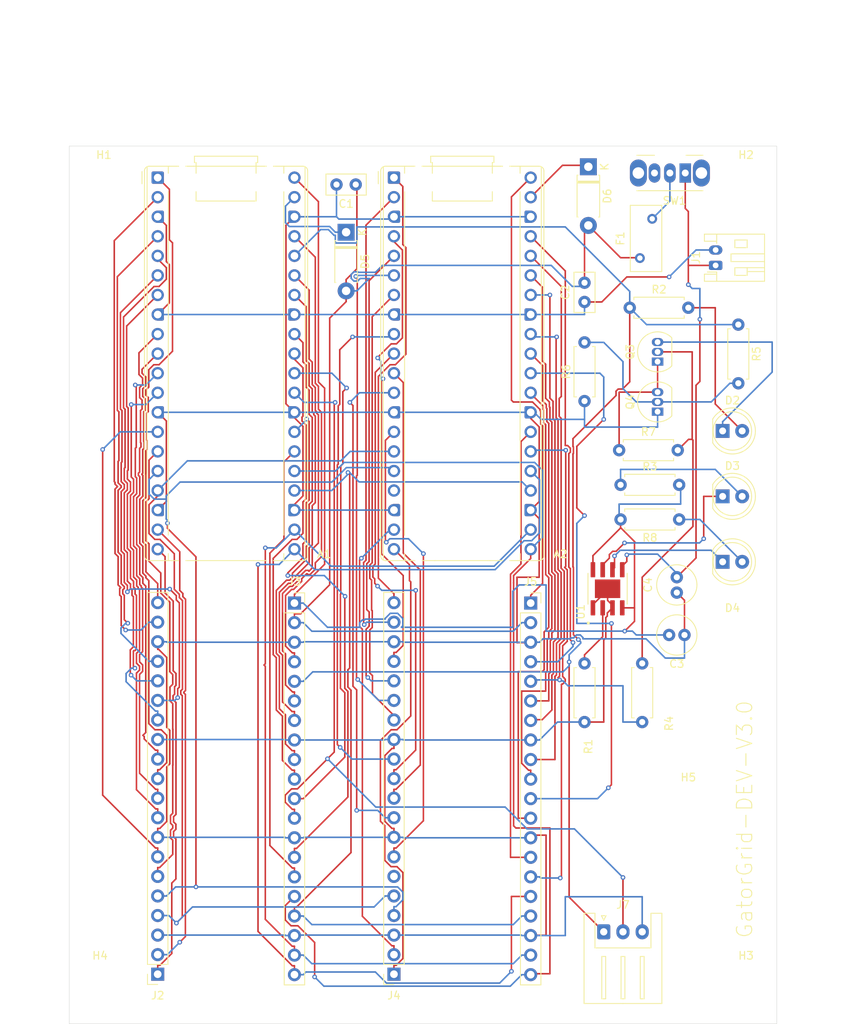
<source format=kicad_pcb>
(kicad_pcb (version 20241229) (generator "pcbnew") (generator_version "9.0")
  (layers (0 "F.Cu" signal) (2 "B.Cu" signal) (13 "F.Paste" user) (15 "B.Paste" user) (5 "F.SilkS" user "F.Silkscreen") (7 "B.SilkS" user "B.Silkscreen") (1 "F.Mask" user) (3 "B.Mask" user) (25 "Edge.Cuts" user))
  (net 0 "")
  (net 1 "GND")
  (net 2 "A_GPIO27")
  (net 3 "SCK")
  (net 4 "A_GPIO5")
  (net 5 "A_3V3(OUT)")
  (net 6 "A_GPIO2")
  (net 7 "Net-(A1-VSYS)")
  (net 8 "A_GPIO7")
  (net 9 "UART_RX")
  (net 10 "A_GPIO14")
  (net 11 "A_GPIO10")
  (net 12 "A_3V3_EN")
  (net 13 "A_GPIO0")
  (net 14 "A_GPIO6")
  (net 15 "TX-RX")
  (net 16 "A_GPIO26")
  (net 17 "A_RUN")
  (net 18 "CS")
  (net 19 "A_GPIO20")
  (net 20 "A_GPIO8")
  (net 21 "A-VBUS")
  (net 22 "A_GPIO3")
  (net 23 "RX-TX")
  (net 24 "A_GPIO4")
  (net 25 "A_ADC_VREF")
  (net 26 "A_GPIO1")
  (net 27 "A_GPIO9")
  (net 28 "A_GPIO21")
  (net 29 "UART_TX")
  (net 30 "A_GPIO11")
  (net 31 "SENSOR_DATA")
  (net 32 "A_GPIO28")
  (net 33 "A_GPIO15")
  (net 34 "B_GPIO7")
  (net 35 "B_GPIO6")
  (net 36 "B_GPIO27")
  (net 37 "B_GPIO5")
  (net 38 "B_RUN")
  (net 39 "B_GPIO14")
  (net 40 "B_ADC_VREF")
  (net 41 "B_GPIO4")
  (net 42 "B_GPIO26")
  (net 43 "B_GPIO13")
  (net 44 "B-VBUS")
  (net 45 "B_3V3(OUT)")
  (net 46 "B_GPIO1")
  (net 47 "B_GPIO28")
  (net 48 "B_GPIO2")
  (net 49 "B_GPIO10")
  (net 50 "B_GPIO0")
  (net 51 "Net-(A2-VSYS)")
  (net 52 "B_GPIO3")
  (net 53 "B_GPIO21")
  (net 54 "B_GPIO8")
  (net 55 "B_GPIO20")
  (net 56 "B_GPIO15")
  (net 57 "B_GPIO11")
  (net 58 "B_GPIO22")
  (net 59 "B_3V3_EN")
  (net 60 "B_GPIO9")
  (net 61 "VSYS")
  (net 62 "VBAT(+)")
  (net 63 "Net-(D2-K)")
  (net 64 "Net-(D2-A)")
  (net 65 "~{CHRG}")
  (net 66 "Net-(D3-A)")
  (net 67 "Net-(D4-A)")
  (net 68 "~{STDBY}")
  (net 69 "Net-(SW1-B)")
  (net 70 "Net-(Q3-E)")
  (net 71 "Net-(Q3-B)")
  (net 72 "Net-(Q4-B)")
  (net 73 "Net-(U1-PROG)")
  (footprint "Resistor_THT:R_Axial_DIN0207_L6.3mm_D2.5mm_P7.62mm_Horizontal" (layer "F.Cu") (at 224.5 61.62 90)
    (property "Reference" "R6")
    (property "Value" "1M")
  )
  (footprint "Connector_JST:JST_XH_S3B-XH-A_1x03_P2.50mm_Horizontal" (layer "F.Cu") (at 227 130.555)
    (property "Reference" "J7")
    (property "Value" "Conn_01x03")
  )
  (footprint "Resistor_THT:R_Axial_DIN0207_L6.3mm_D2.5mm_P7.62mm_Horizontal" (layer "F.Cu") (at 244.5 51.69 -90)
    (property "Reference" "R5")
    (property "Value" "10k")
  )
  (footprint "LED_THT:LED_D5.0mm" (layer "F.Cu") (at 242.46 82.5)
    (property "Reference" "D4")
    (property "Value" "LED")
  )
  (footprint "Resistor_THT:R_Axial_DIN0207_L6.3mm_D2.5mm_P7.62mm_Horizontal" (layer "F.Cu") (at 236.81 77 180)
    (property "Reference" "R8")
    (property "Value" "1k")
  )
  (footprint "Module:RaspberryPi_Pico_Common_THT" (layer "F.Cu") (at 169 32.6)
    (property "Reference" "A1")
    (property "Value" "A-RPICO-STA")
  )
  (footprint "Fuse:Fuse_BelFuse_0ZRE0005FF_L8.3mm_W3.8mm" (layer "F.Cu") (at 231.7 43.05 90)
    (property "Reference" "F1")
    (property "Value" "Polyfuse")
  )
  (footprint "Resistor_THT:R_Axial_DIN0207_L6.3mm_D2.5mm_P7.62mm_Horizontal" (layer "F.Cu") (at 230.38 49.5)
    (property "Reference" "R2")
    (property "Value" "470")
  )
  (footprint "Diode_THT:D_DO-41_SOD81_P7.62mm_Horizontal" (layer "F.Cu") (at 193.5 39.69 -90)
    (property "Reference" "D5")
    (property "Value" "SS34")
  )
  (footprint "Button_Switch_THT:SW_Slide_SPDT_Angled_CK_OS102011MA1Q" (layer "F.Cu") (at 237.6 32 180)
    (property "Reference" "SW1")
    (property "Value" "SW_SPST")
  )
  (footprint "Capacitor_THT:C_Radial_D5.0mm_H11.0mm_P2.00mm" (layer "F.Cu") (at 236.5 86.5 90)
    (property "Reference" "C4")
    (property "Value" "10uF")
  )
  (footprint "Capacitor_THT:C_Disc_D5.0mm_W2.5mm_P2.50mm" (layer "F.Cu") (at 224.5 48.75 90)
    (property "Reference" "C2")
    (property "Value" "100nF")
  )
  (footprint "Connector_PinSocket_2.54mm:PinSocket_1x20_P2.54mm_Vertical" (layer "F.Cu") (at 199.72 136.06 180)
    (property "Reference" "J4")
    (property "Value" "Conn_01x20_Pin")
  )
  (footprint "MountingHole:MountingHole_3.2mm_M3_ISO7380" (layer "F.Cu") (at 245.5 33.5)
    (property "Reference" "H2")
    (property "Value" "MountingHole_3.2mm_M3_ISO7380")
  )
  (footprint "Connector_PinSocket_2.54mm:PinSocket_1x20_P2.54mm_Vertical" (layer "F.Cu") (at 186.78 87.86)
    (property "Reference" "J3")
    (property "Value" "Conn_01x20_Pin")
  )
  (footprint "Connector_JST:JST_PH_S2B-PH-K_1x02_P2.00mm_Horizontal" (layer "F.Cu") (at 241.55 44 90)
    (property "Reference" "J1")
    (property "Value" "Battery-Connector")
  )
  (footprint "Capacitor_THT:C_Disc_D5.0mm_W2.5mm_P2.50mm" (layer "F.Cu") (at 194.75 33.5 180)
    (property "Reference" "C1")
    (property "Value" "100nF")
  )
  (footprint "Connector_PinSocket_2.54mm:PinSocket_1x20_P2.54mm_Vertical" (layer "F.Cu") (at 169 136.06 180)
    (property "Reference" "J2")
    (property "Value" "Conn_01x20_Pin")
  )
  (footprint "Resistor_THT:R_Axial_DIN0207_L6.3mm_D2.5mm_P7.62mm_Horizontal" (layer "F.Cu") (at 224.5 103.31 90)
    (property "Reference" "R1")
    (property "Value" "1.2k")
  )
  (footprint "MountingHole:MountingHole_3.2mm_M3_ISO7380" (layer "F.Cu") (at 233 111)
    (property "Reference" "H5")
    (property "Value" "MountingHole_3.2mm_M3_ISO7380")
  )
  (footprint "Resistor_THT:R_Axial_DIN0207_L6.3mm_D2.5mm_P7.62mm_Horizontal" (layer "F.Cu") (at 229 68)
    (property "Reference" "R7")
    (property "Value" "1M")
  )
  (footprint "LED_THT:LED_D5.0mm" (layer "F.Cu") (at 242.46 65.5)
    (property "Reference" "D2")
    (property "Value" "POWER_LED")
  )
  (footprint "MountingHole:MountingHole_3.2mm_M3_ISO7380" (layer "F.Cu") (at 162 33.5)
    (property "Reference" "H1")
    (property "Value" "MountingHole_3.2mm_M3_ISO7380")
  )
  (footprint "LED_THT:LED_D5.0mm" (layer "F.Cu") (at 242.46 74)
    (property "Reference" "D3")
    (property "Value" "LED")
  )
  (footprint "Capacitor_THT:C_Radial_D5.0mm_H11.0mm_P2.00mm" (layer "F.Cu") (at 237.5 92 180)
    (property "Reference" "C3")
    (property "Value" "10uF")
  )
  (footprint "Diode_THT:D_DO-41_SOD81_P7.62mm_Horizontal" (layer "F.Cu") (at 225 31.19 -90)
    (property "Reference" "D6")
    (property "Value" "SS34")
  )
  (footprint "Package_TO_SOT_THT:TO-92_Inline" (layer "F.Cu") (at 234 56.5 90)
    (property "Reference" "Q3")
    (property "Value" "2N3904")
  )
  (footprint "Resistor_THT:R_Axial_DIN0207_L6.3mm_D2.5mm_P7.62mm_Horizontal" (layer "F.Cu") (at 229.19 72.5)
    (property "Reference" "R3")
    (property "Value" "1k")
  )
  (footprint "MountingHole:MountingHole_3.2mm_M3_ISO7380" (layer "F.Cu") (at 245.5 137.5)
    (property "Reference" "H3")
    (property "Value" "MountingHole_3.2mm_M3_ISO7380")
  )
  (footprint "Connector_PinSocket_2.54mm:PinSocket_1x20_P2.54mm_Vertical" (layer "F.Cu") (at 217.5 87.86)
    (property "Reference" "J5")
    (property "Value" "Conn_01x20_Pin")
  )
  (footprint "MountingHole:MountingHole_3.2mm_M3_ISO7380" (layer "F.Cu") (at 161.5 137.5)
    (property "Reference" "H4")
    (property "Value" "MountingHole_3.2mm_M3_ISO7380")
  )
  (footprint "TP4056:SOP127P600X175-9N" (layer "F.Cu") (at 227.5 86 90)
    (property "Reference" "U1")
    (property "Value" "TP4056")
  )
  (footprint "Module:RaspberryPi_Pico_Common_THT" (layer "F.Cu") (at 199.72 32.6)
    (property "Reference" "A2")
    (property "Value" "B-RPICO-AP")
  )
  (footprint "Package_TO_SOT_THT:TO-92_Inline" (layer "F.Cu") (at 234 63 90)
    (property "Reference" "Q4")
    (property "Value" "2N3904")
  )
  (footprint "Resistor_THT:R_Axial_DIN0207_L6.3mm_D2.5mm_P7.62mm_Horizontal" (layer "F.Cu") (at 232 103.31 90)
    (property "Reference" "R4")
    (property "Value" "10k")
  )
  (gr_line (start 224.5 65) (end 225 65) (stroke (width 0.2)) (layer "B.Cu") (net 1))
  (gr_line (start 237 75) (end 237 73) (stroke (width 0.2)) (layer "B.Cu") (net 21))
  (gr_line (start 229 75) (end 237 75) (stroke (width 0.2)) (layer "B.Cu") (net 21))
  (gr_line (start 229 76.5) (end 229 75) (stroke (width 0.2)) (layer "B.Cu") (net 21))
  (gr_rect (start 157.5 28.5) (end 249.5 142.5) (stroke (width 0.05)) (fill no) (layer "Edge.Cuts"))
  (gr_text "GatorGrid-DEV-V3.0" (at 246.5 131.5 90) (layer "F.SilkS") (effects (font (size 2 2) (thickness 0.125)) (justify left bottom)))
  (segment (start 170.1717 94.9193) (end 169.1178 93.8654) (width 0.2) (layer "F.Cu") (net 1))
  (segment (start 170.5734 108.7472) (end 170.5734 104.3855) (width 0.2) (layer "F.Cu") (net 1))
  (segment (start 169 118.28) (end 169 117.1283) (width 0.2) (layer "F.Cu") (net 1))
  (segment (start 170.5234 43.9051) (end 170.1217 43.5034) (width 0.2) (layer "F.Cu") (net 1))
  (segment (start 169 75.78) (end 170.1232 74.6568) (width 0.2) (layer "F.Cu") (net 1))
  (segment (start 227.266 89.742824) (end 227.266 92.3894) (width 0.2) (layer "F.Cu") (net 1))
  (segment (start 186.78 75.0495) (end 186.78 75.78) (width 0.2) (layer "F.Cu") (net 1))
  (segment (start 237.5 87.5) (end 236.5 86.5) (width 0.2) (layer "F.Cu") (net 1))
  (segment (start 215.7214 84.5) (end 218.6017 84.5) (width 0.2) (layer "F.Cu") (net 1))
  (segment (start 227.4211 86.2286) (end 225.595 88.0547) (width 0.2) (layer "F.Cu") (net 1))
  (segment (start 199.72 118.28) (end 199.72 117.1283) (width 0.2) (layer "F.Cu") (net 1))
  (segment (start 237.5 92) (end 237.5 87.5) (width 0.2) (layer "F.Cu") (net 1))
  (segment (start 230 45.5) (end 226.75 48.75) (width 0.2) (layer "F.Cu") (net 1))
  (segment (start 198.5291 107.6755) (end 198.5291 116.1913) (width 0.2) (layer "F.Cu") (net 1))
  (segment (start 199.4729 106.7317) (end 198.5291 107.6755) (width 0.2) (layer "F.Cu") (net 1))
  (segment (start 170.1732 109.1474) (end 170.5734 108.7472) (width 0.2) (layer "F.Cu") (net 1))
  (segment (start 218.6059 64.9799) (end 218.6059 74.6741) (width 0.2) (layer "F.Cu") (net 1))
  (segment (start 198.5291 116.1913) (end 199.4661 117.1283) (width 0.2) (layer "F.Cu") (net 1))
  (segment (start 218.6059 74.6741) (end 217.5 75.78) (width 0.2) (layer "F.Cu") (net 1))
  (segment (start 170.1232 64.2032) (end 169 63.08) (width 0.2) (layer "F.Cu") (net 1))
  (segment (start 219.5 131) (end 217.5 131) (width 0.2) (layer "F.Cu") (net 1))
  (segment (start 170.1732 116.2236) (end 170.1732 109.1474) (width 0.2) (layer "F.Cu") (net 1))
  (segment (start 217.5 63.874) (end 218.6059 64.9799) (width 0.2) (layer "F.Cu") (net 1))
  (segment (start 186.78 63.7868) (end 187.8895 64.8963) (width 0.2) (layer "F.Cu") (net 1))
  (segment (start 187.8895 73.94) (end 186.78 75.0495) (width 0.2) (layer "F.Cu") (net 1))
  (segment (start 235.5 45.5) (end 230 45.5) (width 0.2) (layer "F.Cu") (net 1))
  (segment (start 227.5 86.2286) (end 227.5 87.5082) (width 0.2) (layer "F.Cu") (net 1))
  (segment (start 217.5 93) (end 215.7214 93) (width 0.2) (layer "F.Cu") (net 1))
  (segment (start 169 50.38) (end 170.5234 48.8566) (width 0.2) (layer "F.Cu") (net 1))
  (segment (start 219.5 118) (end 219.5 131) (width 0.2) (layer "F.Cu") (net 1))
  (segment (start 169 92.88) (end 169 93.8654) (width 0.2) (layer "F.Cu") (net 1))
  (segment (start 185.6783 61.9783) (end 186.78 63.08) (width 0.2) (layer "F.Cu") (net 1))
  (segment (start 170.5734 104.3855) (end 170.1717 103.9838) (width 0.2) (layer "F.Cu") (net 1))
  (segment (start 227.466 89.144) (end 227.466 89.542824) (width 0.2) (layer "F.Cu") (net 1))
  (segment (start 187.8895 64.8963) (end 187.8895 73.94) (width 0.2) (layer "F.Cu") (net 1))
  (segment (start 228.135 88.475) (end 227.466 89.144) (width 0.2) (layer "F.Cu") (net 1))
  (segment (start 227 103.31) (end 224.5 103.31) (width 0.2) (layer "F.Cu") (net 1))
  (segment (start 215.7214 93) (end 215.7214 84.5) (width 0.2) (layer "F.Cu") (net 1))
  (segment (start 217.5 118) (end 219.5 118) (width 0.2) (layer "F.Cu") (net 1))
  (segment (start 227.5 87.5082) (end 228.135 88.1432) (width 0.2) (layer "F.Cu") (net 1))
  (segment (start 185.6783 50.38) (end 186.78 50.38) (width 0.2) (layer "F.Cu") (net 1))
  (segment (start 218.6017 84.5) (end 218.6017 76.8817) (width 0.2) (layer "F.Cu") (net 1))
  (segment (start 170.1217 38.8017) (end 169 37.68) (width 0.2) (layer "F.Cu") (net 1))
  (segment (start 227 92.6554) (end 227.266 92.3894) (width 0.2) (layer "F.Cu") (net 1))
  (segment (start 185.6783 50.38) (end 185.6783 61.9783) (width 0.2) (layer "F.Cu") (net 1))
  (segment (start 199.4661 117.1283) (end 199.72 117.1283) (width 0.2) (layer "F.Cu") (net 1))
  (segment (start 169.2685 117.1283) (end 170.1732 116.2236) (width 0.2) (layer "F.Cu") (net 1))
  (segment (start 170.1232 74.6568) (end 170.1232 64.2032) (width 0.2) (layer "F.Cu") (net 1))
  (segment (start 169.1178 93.8654) (end 169 93.8654) (width 0.2) (layer "F.Cu") (net 1))
  (segment (start 226.75 48.75) (end 224.5 48.75) (width 0.2) (layer "F.Cu") (net 1))
  (segment (start 170.1717 103.9838) (end 170.1717 94.9193) (width 0.2) (layer "F.Cu") (net 1))
  (segment (start 199.72 106.7317) (end 199.4729 106.7317) (width 0.2) (layer "F.Cu") (net 1))
  (segment (start 227 92.6554) (end 227 103.31) (width 0.2) (layer "F.Cu") (net 1))
  (segment (start 218.6017 76.8817) (end 217.5 75.78) (width 0.2) (layer "F.Cu") (net 1))
  (segment (start 186.78 37.68) (end 185.6783 38.7817) (width 0.2) (layer "F.Cu") (net 1))
  (segment (start 169 117.1283) (end 169.2685 117.1283) (width 0.2) (layer "F.Cu") (net 1))
  (segment (start 170.1217 43.5034) (end 170.1217 38.8017) (width 0.2) (layer "F.Cu") (net 1))
  (segment (start 199.72 105.58) (end 199.72 106.7317) (width 0.2) (layer "F.Cu") (net 1))
  (segment (start 217.5 63.08) (end 217.5 63.874) (width 0.2) (layer "F.Cu") (net 1))
  (segment (start 186.78 63.08) (end 186.78 63.7868) (width 0.2) (layer "F.Cu") (net 1))
  (segment (start 170.5234 48.8566) (end 170.5234 43.9051) (width 0.2) (layer "F.Cu") (net 1))
  (segment (start 227.466 89.542824) (end 227.266 89.742824) (width 0.2) (layer "F.Cu") (net 1))
  (segment (start 185.6783 38.7817) (end 185.6783 50.38) (width 0.2) (layer "F.Cu") (net 1))
  (via (at 235.5 45.5) (size 0.6) (drill 0.3) (layers "F.Cu" "B.Cu") (net 1))
  (segment (start 218.6517 92.94) (end 217.5 92.94) (width 0.2) (layer "B.Cu") (net 1))
  (segment (start 199.72 92.88) (end 187.9917 92.88) (width 0.2) (layer "B.Cu") (net 1))
  (segment (start 217.5 37.68) (end 199.72 37.68) (width 0.2) (layer "B.Cu") (net 1))
  (segment (start 199.72 105.58) (end 198.5683 105.58) (width 0.2) (layer "B.Cu") (net 1))
  (segment (start 199.72 130.98) (end 216.2883 130.98) (width 0.2) (layer "B.Cu") (net 1))
  (segment (start 186.2042 131.04) (end 185.6283 131.04) (width 0.2) (layer "B.Cu") (net 1))
  (segment (start 185.5683 130.98) (end 185.6283 131.04) (width 0.2) (layer "B.Cu") (net 1))
  (segment (start 235 95) (end 232.5 92.5) (width 0.2) (layer "B.Cu") (net 1))
  (segment (start 217.5 50.38) (end 224.5 50.38) (width 0.2) (layer "B.Cu") (net 1))
  (segment (start 218.0759 105.64) (end 218.6517 105.64) (width 0.2) (layer "B.Cu") (net 1))
  (segment (start 199.72 105.58) (end 200.8717 105.58) (width 0.2) (layer "B.Cu") (net 1))
  (segment (start 169 50.38) (end 186.78 50.38) (width 0.2) (layer "B.Cu") (net 1))
  (segment (start 186.78 118.34) (end 185.6283 118.34) (width 0.2) (layer "B.Cu") (net 1))
  (segment (start 224.5 61.62) (end 224.5 64) (width 0.2) (layer "B.Cu") (net 1))
  (segment (start 237.5 95) (end 235 95) (width 0.2) (layer "B.Cu") (net 1))
  (segment (start 199.72 63.08) (end 186.78 63.08) (width 0.2) (layer "B.Cu") (net 1))
  (segment (start 217.5 131.04) (end 216.3483 131.04) (width 0.2) (layer "B.Cu") (net 1))
  (segment (start 199.72 50.38) (end 186.78 50.38) (width 0.2) (layer "B.Cu") (net 1))
  (segment (start 186.78 92.94) (end 187.9317 92.94) (width 0.2) (layer "B.Cu") (net 1))
  (segment (start 169 92.88) (end 170.1517 92.88) (width 0.2) (layer "B.Cu") (net 1))
  (segment (start 224.5 103.31) (end 220.9817 103.31) (width 0.2) (layer "B.Cu") (net 1))
  (segment (start 218.8625 64) (end 217.8625 63) (width 0.2) (layer "B.Cu") (net 1))
  (segment (start 199.72 118.28) (end 200.8717 118.28) (width 0.2) (layer "B.Cu") (net 1))
  (segment (start 186.78 105.64) (end 198.5083 105.64) (width 0.2) (layer "B.Cu") (net 1))
  (segment (start 222 126) (end 232 126) (width 0.2) (layer "B.Cu") (net 1))
  (segment (start 169 63.08) (end 186.78 63.08) (width 0.2) (layer "B.Cu") (net 1))
  (segment (start 237.5 92) (end 237.5 95) (width 0.2) (layer "B.Cu") (net 1))
  (segment (start 192.25 37.68) (end 192.5523 37.9823) (width 0.2) (layer "B.Cu") (net 1))
  (segment (start 200.9317 92.94) (end 200.8717 92.88) (width 0.2) (layer "B.Cu") (net 1))
  (segment (start 216.2883 130.98) (end 216.3483 131.04) (width 0.2) (layer "B.Cu") (net 1))
  (segment (start 217.5 50.38) (end 199.72 50.38) (width 0.2) (layer "B.Cu") (net 1))
  (segment (start 186.78 37.68) (end 192.25 37.68) (width 0.2) (layer "B.Cu") (net 1))
  (segment (start 239 42) (end 241.55 42) (width 0.2) (layer "B.Cu") (net 1))
  (segment (start 223.950649 91.999) (end 223.452763 91.999) (width 0.2) (layer "B.Cu") (net 1))
  (segment (start 187.9917 92.88) (end 187.9317 92.94) (width 0.2) (layer "B.Cu") (net 1))
  (segment (start 217.5 92.94) (end 200.9317 92.94) (width 0.2) (layer "B.Cu") (net 1))
  (segment (start 186.78 92.94) (end 170.2117 92.94) (width 0.2) (layer "B.Cu") (net 1))
  (segment (start 235.5 45.5) (end 239 42) (width 0.2) (layer "B.Cu") (net 1))
  (segment (start 185.5683 118.28) (end 185.6283 118.34) (width 0.2) (layer "B.Cu") (net 1))
  (segment (start 200.9317 105.64) (end 200.8717 105.58) (width 0.2) (layer "B.Cu") (net 1))
  (segment (start 232.5 92.5) (end 224.302706 92.5) (width 0.2) (layer "B.Cu") (net 1))
  (segment (start 187.9917 118.28) (end 187.9317 118.34) (width 0.2) (layer "B.Cu") (net 1))
  (segment (start 224.5 64) (end 218.8625 64) (width 0.2) (layer "B.Cu") (net 1))
  (segment (start 186.2042 105.64) (end 185.6283 105.64) (width 0.2) (layer "B.Cu") (net 1))
  (segment (start 186.78 118.34) (end 187.9317 118.34) (width 0.2) (layer "B.Cu") (net 1))
  (segment (start 234 65) (end 234 63) (width 0.2) (layer "B.Cu") (net 1))
  (segment (start 223.452763 91.999) (end 223.100706 92.351057) (width 0.2) (layer "B.Cu") (net 1))
  (segment (start 219.0917 92.5) (end 218.6517 92.94) (width 0.2) (layer "B.Cu") (net 1))
  (segment (start 170.2117 92.94) (end 170.1517 92.88) (width 0.2) (layer "B.Cu") (net 1))
  (segment (start 220.9817 103.31) (end 218.6517 105.64) (width 0.2) (layer "B.Cu") (net 1))
  (segment (start 186.2642 130.98) (end 199.72 130.98) (width 0.2) (layer "B.Cu") (net 1))
  (segment (start 186.78 75.78) (end 199.72 75.78) (width 0.2) (layer "B.Cu") (net 1))
  (segment (start 199.72 92.88) (end 200.8717 92.88) (width 0.2) (layer "B.Cu") (net 1))
  (segment (start 224.302706 92.351057) (end 223.950649 91.999) (width 0.2) (layer "B.Cu") (net 1))
  (segment (start 199.72 118.28) (end 187.9917 118.28) (width 0.2) (layer "B.Cu") (net 1))
  (segment (start 200.9317 118.34) (end 200.8717 118.28) (width 0.2) (layer "B.Cu") (net 1))
  (segment (start 185.5683 105.58) (end 185.6283 105.64) (width 0.2) (layer "B.Cu") (net 1))
  (segment (start 232 126) (end 232 130.555) (width 0.2) (layer "B.Cu") (net 1))
  (segment (start 192.25 37.68) (end 192.25 33.5) (width 0.2) (layer "B.Cu") (net 1))
  (segment (start 217.5 118.34) (end 200.9317 118.34) (width 0.2) (layer "B.Cu") (net 1))
  (segment (start 223.100706 92.351057) (end 223.100706 92.3832) (width 0.2) (layer "B.Cu") (net 1))
  (segment (start 169 105.58) (end 185.5683 105.58) (width 0.2) (layer "B.Cu") (net 1))
  (segment (start 224.302706 92.5) (end 224.302706 92.351057) (width 0.2) (layer "B.Cu") (net 1))
  (segment (start 223.100706 92.3832) (end 222.751057 92.3832) (width 0.2) (layer "B.Cu") (net 1))
  (segment (start 217.5 105.64) (end 200.9317 105.64) (width 0.2) (layer "B.Cu") (net 1))
  (segment (start 224.5 50.38) (end 224.5 48.75) (width 0.2) (layer "B.Cu") (net 1))
  (segment (start 198.5083 105.64) (end 198.5683 105.58) (width 0.2) (layer "B.Cu") (net 1))
  (segment (start 222.751057 92.3832) (end 222.634257 92.5) (width 0.2) (layer "B.Cu") (net 1))
  (segment (start 222 131.04) (end 217.5 131.04) (width 0.2) (layer "B.Cu") (net 1))
  (segment (start 222.634257 92.5) (end 219.0917 92.5) (width 0.2) (layer "B.Cu") (net 1))
  (segment (start 222 131.04) (end 222 126) (width 0.2) (layer "B.Cu") (net 1))
  (segment (start 199.72 63.08) (end 217.5 63.08) (width 0.2) (layer "B.Cu") (net 1))
  (segment (start 192.5523 37.9823) (end 199.4177 37.9823) (width 0.2) (layer "B.Cu") (net 1))
  (segment (start 224.7825 65) (end 234 65) (width 0.2) (layer "B.Cu") (net 1))
  (segment (start 169 130.98) (end 185.5683 130.98) (width 0.2) (layer "B.Cu") (net 1))
  (segment (start 169 118.28) (end 185.5683 118.28) (width 0.2) (layer "B.Cu") (net 1))
  (segment (start 224.5 64) (end 224.5 65) (width 0.2) (layer "B.Cu") (net 1))
  (segment (start 184.8249 101.5793) (end 185.6175 102.3719) (width 0.2) (layer "F.Cu") (net 2))
  (segment (start 188.2912 82.2123) (end 188.2912 80.5282) (width 0.2) (layer "F.Cu") (net 2))
  (segment (start 188.6929 80.1265) (end 188.6929 75.0408) (width 0.2) (layer "F.Cu") (net 2))
  (segment (start 185.7571 84.8826) (end 186.1658 84.8826) (width 0.2) (layer "F.Cu") (net 2))
  (segment (start 186.5183 83.9852) (end 188.2912 82.2123) (width 0.2) (layer "F.Cu") (net 2))
  (segment (start 189.0946 74.6391) (end 189.0946 63.7483) (width 0.2) (layer "F.Cu") (net 2))
  (segment (start 185.6175 106.1537) (end 186.4921 107.0283) (width 0.2) (layer "F.Cu") (net 2))
  (segment (start 189.0946 63.7483) (end 188.6929 63.3466) (width 0.2) (layer "F.Cu") (net 2))
  (segment (start 184.8249 94.7908) (end 184.8249 101.5793) (width 0.2) (layer "F.Cu") (net 2))
  (segment (start 187.8888 56.5317) (end 187.8888 54.0288) (width 0.2) (layer "F.Cu") (net 2))
  (segment (start 188.2912 59.8057) (end 188.2912 56.9341) (width 0.2) (layer "F.Cu") (net 2))
  (segment (start 186.78 108.18) (end 186.78 107.0283) (width 0.2) (layer "F.Cu") (net 2))
  (segment (start 188.2912 59.8057) (end 188.6929 60.2074) (width 0.2) (layer "F.Cu") (net 2))
  (segment (start 186.1658 84.8826) (end 186.5183 84.5301) (width 0.2) (layer "F.Cu") (net 2))
  (segment (start 185.6175 102.3719) (end 185.6175 106.1537) (width 0.2) (layer "F.Cu") (net 2))
  (segment (start 184.4232 94.3891) (end 184.4232 86.2165) (width 0.2) (layer "F.Cu") (net 2))
  (segment (start 186.4921 107.0283) (end 186.78 107.0283) (width 0.2) (layer "F.Cu") (net 2))
  (segment (start 188.2912 80.5282) (end 188.6929 80.1265) (width 0.2) (layer "F.Cu") (net 2))
  (segment (start 184.4232 86.2165) (end 185.7571 84.8826) (width 0.2) (layer "F.Cu") (net 2))
  (segment (start 188.6929 63.3466) (end 188.6929 60.2074) (width 0.2) (layer "F.Cu") (net 2))
  (segment (start 184.4232 94.3891) (end 184.8249 94.7908) (width 0.2) (layer "F.Cu") (net 2))
  (segment (start 188.2912 56.9341) (end 187.8888 56.5317) (width 0.2) (layer "F.Cu") (net 2))
  (segment (start 188.6929 75.0408) (end 189.0946 74.6391) (width 0.2) (layer "F.Cu") (net 2))
  (segment (start 186.5183 84.5301) (end 186.5183 83.9852) (width 0.2) (layer "F.Cu") (net 2))
  (segment (start 187.8888 54.0288) (end 186.78 52.92) (width 0.2) (layer "F.Cu") (net 2))
  (segment (start 194.1336 120.2632) (end 187.0485 127.3483) (width 0.2) (layer "F.Cu") (net 3))
  (segment (start 186.78 128.5) (end 186.78 127.3483) (width 0.2) (layer "F.Cu") (net 3))
  (segment (start 193.7319 98.7638) (end 194.1336 99.1655) (width 0.2) (layer "F.Cu") (net 3))
  (segment (start 193.9651 96.2894) (end 193.9651 71.1283) (width 0.2) (layer "F.Cu") (net 3))
  (segment (start 193.7319 98.7638) (end 193.7319 96.5226) (width 0.2) (layer "F.Cu") (net 3))
  (segment (start 187.0485 127.3483) (end 186.78 127.3483) (width 0.2) (layer "F.Cu") (net 3))
  (segment (start 193.7319 96.5226) (end 193.9651 96.2894) (width 0.2) (layer "F.Cu") (net 3))
  (segment (start 194.1336 99.1655) (end 194.1336 120.2632) (width 0.2) (layer "F.Cu") (net 3))
  (segment (start 193.9651 71.1283) (end 193.7415 70.9047) (width 0.2) (layer "F.Cu") (net 3))
  (via (at 193.7415 70.9047) (size 0.6) (drill 0.3) (layers "F.Cu" "B.Cu") (net 3))
  (segment (start 189.0457 129.614) (end 215.2343 129.614) (width 0.2) (layer "B.Cu") (net 3))
  (segment (start 186.78 73.24) (end 191.6301 73.24) (width 0.2) (layer "B.Cu") (net 3))
  (segment (start 215.2343 129.614) (end 216.3483 128.5) (width 0.2) (layer "B.Cu") (net 3))
  (segment (start 187.9317 128.5) (end 189.0457 129.614) (width 0.2) (layer "B.Cu") (net 3))
  (segment (start 193.9654 70.9047) (end 195.1841 72.1234) (width 0.2) (layer "B.Cu") (net 3))
  (segment (start 217.5 128.5) (end 216.3483 128.5) (width 0.2) (layer "B.Cu") (net 3))
  (segment (start 186.78 128.5) (end 187.9317 128.5) (width 0.2) (layer "B.Cu") (net 3))
  (segment (start 193.9654 70.9047) (end 193.7415 70.9047) (width 0.2) (layer "B.Cu") (net 3))
  (segment (start 216.3834 72.1234) (end 217.5 73.24) (width 0.2) (layer "B.Cu") (net 3))
  (segment (start 195.1841 72.1234) (end 216.3834 72.1234) (width 0.2) (layer "B.Cu") (net 3))
  (segment (start 191.6301 73.24) (end 193.9654 70.9047) (width 0.2) (layer "B.Cu") (net 3))
  (segment (start 166.0618 85.9827) (end 165.862 85.7829) (width 0.2) (layer "F.Cu") (net 4))
  (segment (start 165.1597 62.5208) (end 164.9597 62.3208) (width 0.2) (layer "F.Cu") (net 4))
  (segment (start 165.862 85.2355) (end 165.8618 85.2353) (width 0.2) (layer "F.Cu") (net 4))
  (segment (start 166.2381 86.8623) (end 166.0618 86.686) (width 0.2) (layer "F.Cu") (net 4))
  (segment (start 166.0618 86.686) (end 166.0618 85.9827) (width 0.2) (layer "F.Cu") (net 4))
  (segment (start 165.8618 85.2353) (end 165.8618 85.0337) (width 0.2) (layer "F.Cu") (net 4))
  (segment (start 166.0381 94.0242) (end 166.2381 93.8242) (width 0.2) (layer "F.Cu") (net 4))
  (segment (start 165.1597 70.5794) (end 165.1597 62.5208) (width 0.2) (layer "F.Cu") (net 4))
  (segment (start 165.8379 94.1062) (end 165.9199 94.0242) (width 0.2) (layer "F.Cu") (net 4))
  (segment (start 165.0584 70.6807) (end 165.1597 70.5794) (width 0.2) (layer "F.Cu") (net 4))
  (segment (start 165.4601 84.632) (end 165.4601 81.1558) (width 0.2) (layer "F.Cu") (net 4))
  (segment (start 166.2381 93.8242) (end 166.2381 86.8623) (width 0.2) (layer "F.Cu") (net 4))
  (segment (start 165.9199 94.0242) (end 166.0381 94.0242) (width 0.2) (layer "F.Cu") (net 4))
  (segment (start 165.862 85.7829) (end 165.862 85.2355) (width 0.2) (layer "F.Cu") (net 4))
  (segment (start 165.0584 80.7541) (end 165.0584 73.7157) (width 0.2) (layer "F.Cu") (net 4))
  (segment (start 165.4601 81.1558) (end 165.0584 80.7541) (width 0.2) (layer "F.Cu") (net 4))
  (segment (start 165.0584 73.7157) (end 165.4601 73.314) (width 0.2) (layer "F.Cu") (net 4))
  (segment (start 166.0388 96.3084) (end 165.8379 96.1075) (width 0.2) (layer "F.Cu") (net 4))
  (segment (start 165.4601 72.1439) (end 165.0584 71.7422) (width 0.2) (layer "F.Cu") (net 4))
  (segment (start 165.8379 96.1075) (end 165.8379 94.1062) (width 0.2) (layer "F.Cu") (net 4))
  (segment (start 165.8618 85.0337) (end 165.4601 84.632) (width 0.2) (layer "F.Cu") (net 4))
  (segment (start 164.9597 62.3208) (end 164.9597 51.8803) (width 0.2) (layer "F.Cu") (net 4))
  (segment (start 164.9597 51.8803) (end 169 47.84) (width 0.2) (layer "F.Cu") (net 4))
  (segment (start 165.4601 73.314) (end 165.4601 72.1439) (width 0.2) (layer "F.Cu") (net 4))
  (segment (start 165.0584 71.7422) (end 165.0584 70.6807) (width 0.2) (layer "F.Cu") (net 4))
  (via (at 166.0388 96.3084) (size 0.6) (drill 0.3) (layers "F.Cu" "B.Cu") (net 4))
  (segment (start 165.5885 96.3084) (end 166.0388 96.3084) (width 0.2) (layer "B.Cu") (net 4))
  (segment (start 164.8919 97.005) (end 165.5885 96.3084) (width 0.2) (layer "B.Cu") (net 4))
  (segment (start 164.8919 98.0681) (end 164.8919 97.005) (width 0.2) (layer "B.Cu") (net 4))
  (segment (start 169 101.8883) (end 168.7121 101.8883) (width 0.2) (layer "B.Cu") (net 4))
  (segment (start 169 103.04) (end 169 101.8883) (width 0.2) (layer "B.Cu") (net 4))
  (segment (start 168.7121 101.8883) (end 164.8919 98.0681) (width 0.2) (layer "B.Cu") (net 4))
  (segment (start 223.0605 91.958794) (end 223.0605 83.2239) (width 0.2) (layer "F.Cu") (net 5))
  (segment (start 228.8739 60.059) (end 229.441 60.059) (width 0.2) (layer "F.Cu") (net 5))
  (segment (start 228.599 60.901) (end 228.599 60.3339) (width 0.2) (layer "F.Cu") (net 5))
  (segment (start 223.701706 92.6) (end 223.0605 91.958794) (width 0.2) (layer "F.Cu") (net 5))
  (segment (start 230.38 59.12) (end 230.38 49.5) (width 0.2) (layer "F.Cu") (net 5))
  (segment (start 223 66.5) (end 228.599 60.901) (width 0.2) (layer "F.Cu") (net 5))
  (segment (start 223.0607 68.415043) (end 223.0607 67.584957) (width 0.2) (layer "F.Cu") (net 5))
  (segment (start 222.5 126.055) (end 222.5 95.5) (width 0.2) (layer "F.Cu") (net 5))
  (segment (start 223 68.475743) (end 223.0607 68.415043) (width 0.2) (layer "F.Cu") (net 5))
  (segment (start 227 130.555) (end 222.5 126.055) (width 0.2) (layer "F.Cu") (net 5))
  (segment (start 223.0607 67.584957) (end 223 67.524257) (width 0.2) (layer "F.Cu") (net 5))
  (segment (start 228.599 60.3339) (end 228.8739 60.059) (width 0.2) (layer "F.Cu") (net 5))
  (segment (start 223 67.524257) (end 223 66.5) (width 0.2) (layer "F.Cu") (net 5))
  (segment (start 229.441 60.059) (end 230.38 59.12) (width 0.2) (layer "F.Cu") (net 5))
  (segment (start 223.0605 83.2239) (end 223 83.1634) (width 0.2) (layer "F.Cu") (net 5))
  (segment (start 223 83.1634) (end 223 68.475743) (width 0.2) (layer "F.Cu") (net 5))
  (via (at 223.701706 92.6) (size 0.6) (drill 0.3) (layers "F.Cu" "B.Cu") (net 5))
  (via (at 222.5 95.5) (size 0.6) (drill 0.3) (layers "F.Cu" "B.Cu") (net 5))
  (segment (start 186.78 42.76) (end 190.1918 39.3482) (width 0.2) (layer "B.Cu") (net 5))
  (segment (start 224 93.0671) (end 222.5 94.5671) (width 0.2) (layer "B.Cu") (net 5))
  (segment (start 189.1615 96.7902) (end 187.9317 98.02) (width 0.2) (layer "B.Cu") (net 5))
  (segment (start 232.57 51.69) (end 230.38 49.5) (width 0.2) (layer "B.Cu") (net 5))
  (segment (start 222.5 95.5) (end 222.5 96) (width 0.2) (layer "B.Cu") (net 5))
  (segment (start 244.5 51.69) (end 232.57 51.69) (width 0.2) (layer "B.Cu") (net 5))
  (segment (start 222 39) (end 230.38 47.38) (width 0.2) (layer "B.Cu") (net 5))
  (segment (start 187.9317 98.02) (end 186.78 98.02) (width 0.2) (layer "B.Cu") (net 5))
  (segment (start 192.099 40.091) (end 192.099 41.091) (width 0.2) (layer "B.Cu") (net 5))
  (segment (start 191.1894 39.3482) (end 191.9322 40.091) (width 0.2) (layer "B.Cu") (net 5))
  (segment (start 194.901 39) (end 222 39) (width 0.2) (layer "B.Cu") (net 5))
  (segment (start 191.9322 40.091) (end 192.099 40.091) (width 0.2) (layer "B.Cu") (net 5))
  (segment (start 223.701706 92.6) (end 224 92.898294) (width 0.2) (layer "B.Cu") (net 5))
  (segment (start 224 92.898294) (end 224 93.0671) (width 0.2) (layer "B.Cu") (net 5))
  (segment (start 222.5 94.5671) (end 222.5 95.5) (width 0.2) (layer "B.Cu") (net 5))
  (segment (start 194.901 41.091) (end 194.901 39) (width 0.2) (layer "B.Cu") (net 5))
  (segment (start 221.7098 96.7902) (end 189.1615 96.7902) (width 0.2) (layer "B.Cu") (net 5))
  (segment (start 222.5 96) (end 221.7098 96.7902) (width 0.2) (layer "B.Cu") (net 5))
  (segment (start 192.099 41.091) (end 194.901 41.091) (width 0.2) (layer "B.Cu") (net 5))
  (segment (start 230.38 47.38) (end 230.38 49.5) (width 0.2) (layer "B.Cu") (net 5))
  (segment (start 190.1918 39.3482) (end 191.1894 39.3482) (width 0.2) (layer "B.Cu") (net 5))
  (segment (start 164.4567 86.1491) (end 164.4567 86.6473) (width 0.2) (layer "F.Cu") (net 6))
  (segment (start 164.6567 85.9491) (end 164.4567 86.1491) (width 0.2) (layer "F.Cu") (net 6))
  (segment (start 163.9546 63.0197) (end 163.9546 69.3538) (width 0.2) (layer "F.Cu") (net 6))
  (segment (start 164.6567 90.0164) (end 165.1129 90.4726) (width 0.2) (layer "F.Cu") (net 6))
  (segment (start 163.9546 69.3538) (end 163.8533 69.4551) (width 0.2) (layer "F.Cu") (net 6))
  (segment (start 164.4567 86.6473) (end 164.6567 86.8473) (width 0.2) (layer "F.Cu") (net 6))
  (segment (start 164.6567 86.8473) (end 164.6567 90.0164) (width 0.2) (layer "F.Cu") (net 6))
  (segment (start 164.6567 85.7342) (end 164.6567 85.9491) (width 0.2) (layer "F.Cu") (net 6))
  (segment (start 163.8533 73.2168) (end 163.8533 81.253) (width 0.2) (layer "F.Cu") (net 6))
  (segment (start 163.7546 45.4654) (end 163.7546 62.8197) (width 0.2) (layer "F.Cu") (net 6))
  (segment (start 163.7546 62.8197) (end 163.9546 63.0197) (width 0.2) (layer "F.Cu") (net 6))
  (segment (start 164.255 72.6428) (end 164.255 72.8151) (width 0.2) (layer "F.Cu") (net 6))
  (segment (start 164.255 72.8151) (end 163.8533 73.2168) (width 0.2) (layer "F.Cu") (net 6))
  (segment (start 164.255 81.6547) (end 164.255 85.3325) (width 0.2) (layer "F.Cu") (net 6))
  (segment (start 164.255 85.3325) (end 164.6567 85.7342) (width 0.2) (layer "F.Cu") (net 6))
  (segment (start 163.8533 72.2411) (end 164.255 72.6428) (width 0.2) (layer "F.Cu") (net 6))
  (segment (start 163.8533 81.253) (end 164.255 81.6547) (width 0.2) (layer "F.Cu") (net 6))
  (segment (start 163.8533 69.4551) (end 163.8533 72.2411) (width 0.2) (layer "F.Cu") (net 6))
  (segment (start 169 40.22) (end 163.7546 45.4654) (width 0.2) (layer "F.Cu") (net 6))
  (via (at 165.1129 90.4726) (size 0.6) (drill 0.3) (layers "F.Cu" "B.Cu") (net 6))
  (segment (start 164.8424 90.4726) (end 165.1129 90.4726) (width 0.2) (layer "B.Cu") (net 6))
  (segment (start 164.2299 91.0851) (end 164.8424 90.4726) (width 0.2) (layer "B.Cu") (net 6))
  (segment (start 167.8483 95.42) (end 164.2299 91.8016) (width 0.2) (layer "B.Cu") (net 6))
  (segment (start 164.2299 91.8016) (end 164.2299 91.0851) (width 0.2) (layer "B.Cu") (net 6))
  (segment (start 169 95.42) (end 167.8483 95.42) (width 0.2) (layer "B.Cu") (net 6))
  (segment (start 193.5 39.69) (end 192.0983 39.69) (width 0.2) (layer "B.Cu") (net 7))
  (segment (start 191.3555 38.9472) (end 192.0983 39.69) (width 0.2) (layer "B.Cu") (net 7))
  (segment (start 186.78 35.14) (end 185.6196 36.3004) (width 0.2) (layer "B.Cu") (net 7))
  (segment (start 185.6196 38.4548) (end 186.112 38.9472) (width 0.2) (layer "B.Cu") (net 7))
  (segment (start 186.112 38.9472) (end 191.3555 38.9472) (width 0.2) (layer "B.Cu") (net 7))
  (segment (start 185.6196 36.3004) (end 185.6196 38.4548) (width 0.2) (layer "B.Cu") (net 7))
  (segment (start 167.0669 80.4906) (end 167.0669 83.9667) (width 0.2) (layer "F.Cu") (net 8))
  (segment (start 169.4571 104.31) (end 168.6395 104.31) (width 0.2) (layer "F.Cu") (net 8))
  (segment (start 167.0669 73.9792) (end 167.0669 71.2771) (width 0.2) (layer "F.Cu") (net 8))
  (segment (start 167.1682 63.0198) (end 167.3682 62.8198) (width 0.2) (layer "F.Cu") (net 8))
  (segment (start 166.9667 58.007) (end 166.9667 57.4933) (width 0.2) (layer "F.Cu") (net 8))
  (segment (start 167.3682 62.8198) (end 167.3682 61.3236) (width 0.2) (layer "F.Cu") (net 8))
  (segment (start 166.6652 74.3809) (end 167.0669 73.9792) (width 0.2) (layer "F.Cu") (net 8))
  (segment (start 170.1717 108.5809) (end 170.1717 105.0246) (width 0.2) (layer "F.Cu") (net 8))
  (segment (start 167.05 61.0054) (end 167.3682 61.3236) (width 0.2) (layer "F.Cu") (net 8))
  (segment (start 168.6395 104.31) (end 167.8456 103.5161) (width 0.2) (layer "F.Cu") (net 8))
  (segment (start 167.4686 84.5701) (end 167.4686 84.3684) (width 0.2) (layer "F.Cu") (net 8))
  (segment (start 167.8456 103.5161) (end 167.8456 84.9471) (width 0.2) (layer "F.Cu") (net 8))
  (segment (start 169 110.66) (end 169 109.5083) (width 0.2) (layer "F.Cu") (net 8))
  (segment (start 166.9667 57.4933) (end 169 55.46) (width 0.2) (layer "F.Cu") (net 8))
  (segment (start 167.05 67.9297) (end 167.0912 67.8885) (width 0.2) (layer "F.Cu") (net 8))
  (segment (start 167.2264 67.7512) (end 167.2264 66.8948) (width 0.2) (layer "F.Cu") (net 8))
  (segment (start 166.9624 71.1726) (end 166.9624 71.09) (width 0.2) (layer "F.Cu") (net 8))
  (segment (start 167.0669 83.9667) (end 167.4686 84.3684) (width 0.2) (layer "F.Cu") (net 8))
  (segment (start 167.4375 59.6414) (end 167.4375 58.4778) (width 0.2) (layer "F.Cu") (net 8))
  (segment (start 167.2264 66.8948) (end 167.1682 66.8366) (width 0.2) (layer "F.Cu") (net 8))
  (segment (start 166.9624 71.09) (end 167.05 71.0024) (width 0.2) (layer "F.Cu") (net 8))
  (segment (start 170.1717 105.0246) (end 169.4571 104.31) (width 0.2) (layer "F.Cu") (net 8))
  (segment (start 169.2443 109.5083) (end 170.1717 108.5809) (width 0.2) (layer "F.Cu") (net 8))
  (segment (start 167.0912 67.8885) (end 167.0912 67.8864) (width 0.2) (layer "F.Cu") (net 8))
  (segment (start 166.6652 80.0889) (end 166.6652 74.3809) (width 0.2) (layer "F.Cu") (net 8))
  (segment (start 166.9667 58.007) (end 167.4375 58.4778) (width 0.2) (layer "F.Cu") (net 8))
  (segment (start 166.6652 80.0889) (end 167.0669 80.4906) (width 0.2) (layer "F.Cu") (net 8))
  (segment (start 167.05 60.0289) (end 167.4375 59.6414) (width 0.2) (layer "F.Cu") (net 8))
  (segment (start 167.05 71.0024) (end 167.05 67.9297) (width 0.2) (layer "F.Cu") (net 8))
  (segment (start 169 109.5083) (end 169.2443 109.5083) (width 0.2) (layer "F.Cu") (net 8))
  (segment (start 167.05 61.0054) (end 167.05 60.0289) (width 0.2) (layer "F.Cu") (net 8))
  (segment (start 167.8456 84.9471) (end 167.4686 84.5701) (width 0.2) (layer "F.Cu") (net 8))
  (segment (start 167.0669 71.2771) (end 166.9624 71.1726) (width 0.2) (layer "F.Cu") (net 8))
  (segment (start 167.1682 66.8366) (end 167.1682 63.0198) (width 0.2) (layer "F.Cu") (net 8))
  (segment (start 167.0912 67.8864) (end 167.2264 67.7512) (width 0.2) (layer "F.Cu") (net 8))
  (segment (start 171.8204 87.1376) (end 171.8204 86.7292) (width 0.2) (layer "F.Cu") (net 9))
  (segment (start 168.6292 79.59) (end 167.8703 78.8311) (width 0.2) (layer "F.Cu") (net 9))
  (segment (start 171.1613 86.0701) (end 171.1613 81.458) (width 0.2) (layer "F.Cu") (net 9))
  (segment (start 171.1613 81.458) (end 169.2933 79.59) (width 0.2) (layer "F.Cu") (net 9))
  (segment (start 171.4316 129.4192) (end 172.1996 128.6512) (width 0.2) (layer "F.Cu") (net 9))
  (segment (start 172.1996 128.6512) (end 172.1996 99.8904) (width 0.2) (layer "F.Cu") (net 9))
  (segment (start 172.1996 99.8904) (end 171.9996 99.6904) (width 0.2) (layer "F.Cu") (net 9))
  (segment (start 171.8204 87.1376) (end 172.2206 87.5378) (width 0.2) (layer "F.Cu") (net 9))
  (segment (start 169 73.9503) (end 169 73.24) (width 0.2) (layer "F.Cu") (net 9))
  (segment (start 172.2206 99.0378) (end 172.2206 87.5378) (width 0.2) (layer "F.Cu") (net 9))
  (segment (start 171.9996 99.2588) (end 172.2206 99.0378) (width 0.2) (layer "F.Cu") (net 9))
  (segment (start 171.8204 86.7292) (end 171.1613 86.0701) (width 0.2) (layer "F.Cu") (net 9))
  (segment (start 167.8703 75.08) (end 169 73.9503) (width 0.2) (layer "F.Cu") (net 9))
  (segment (start 171.9996 99.6904) (end 171.9996 99.2588) (width 0.2) (layer "F.Cu") (net 9))
  (segment (start 167.8703 78.8311) (end 167.8703 75.08) (width 0.2) (layer "F.Cu") (net 9))
  (segment (start 169.2933 79.59) (end 168.6292 79.59) (width 0.2) (layer "F.Cu") (net 9))
  (via (at 171.4316 129.4192) (size 0.6) (drill 0.3) (layers "F.Cu" "B.Cu") (net 9))
  (segment (start 169.5759 128.44) (end 170.4524 128.44) (width 0.2) (layer "B.Cu") (net 9))
  (segment (start 194.0327 68.16) (end 192.8055 69.3872) (width 0.2) (layer "B.Cu") (net 9))
  (segment (start 199.72 125.9) (end 198.5683 125.9) (width 0.2) (layer "B.Cu") (net 9))
  (segment (start 170.4524 128.44) (end 171.4316 129.4192) (width 0.2) (layer "B.Cu") (net 9))
  (segment (start 197.1416 127.3267) (end 173.5241 127.3267) (width 0.2) (layer "B.Cu") (net 9))
  (segment (start 199.72 68.16) (end 194.0327 68.16) (width 0.2) (layer "B.Cu") (net 9))
  (segment (start 172.8528 69.3872) (end 169 73.24) (width 0.2) (layer "B.Cu") (net 9))
  (segment (start 198.5683 125.9) (end 197.1416 127.3267) (width 0.2) (layer "B.Cu") (net 9))
  (segment (start 192.8055 69.3872) (end 172.8528 69.3872) (width 0.2) (layer "B.Cu") (net 9))
  (segment (start 173.5241 127.3267) (end 171.4316 129.4192) (width 0.2) (layer "B.Cu") (net 9))
  (segment (start 171.8689 86.2097) (end 172.2706 86.6114) (width 0.2) (layer "F.Cu") (net 10))
  (segment (start 172.4013 99.5241) (end 172.4013 99.4251) (width 0.2) (layer "F.Cu") (net 10))
  (segment (start 172.4013 99.4251) (end 172.6223 99.2041) (width 0.2) (layer "F.Cu") (net 10))
  (segment (start 171.8689 81.1889) (end 171.8689 86.2097) (width 0.2) (layer "F.Cu") (net 10))
  (segment (start 172.2706 87.0198) (end 172.6223 87.3715) (width 0.2) (layer "F.Cu") (net 10))
  (segment (start 172.6013 99.7241) (end 172.4013 99.5241) (width 0.2) (layer "F.Cu") (net 10))
  (segment (start 171.8689 131.9047) (end 172.6013 131.1723) (width 0.2) (layer "F.Cu") (net 10))
  (segment (start 169 78.32) (end 171.8689 81.1889) (width 0.2) (layer "F.Cu") (net 10))
  (segment (start 172.6223 99.2041) (end 172.6223 87.3715) (width 0.2) (layer "F.Cu") (net 10))
  (segment (start 172.6013 131.1723) (end 172.6013 99.7241) (width 0.2) (layer "F.Cu") (net 10))
  (segment (start 172.2706 87.0198) (end 172.2706 86.6114) (width 0.2) (layer "F.Cu") (net 10))
  (via (at 171.8689 131.9047) (size 0.6) (drill 0.3) (layers "F.Cu" "B.Cu") (net 10))
  (segment (start 169 133.52) (end 170.2536 133.52) (width 0.2) (layer "B.Cu") (net 10))
  (segment (start 170.2536 133.52) (end 171.8689 131.9047) (width 0.2) (layer "B.Cu") (net 10))
  (segment (start 161.8436 112.7998) (end 168.7121 119.6683) (width 0.2) (layer "F.Cu") (net 11))
  (segment (start 169 120.82) (end 169 119.6683) (width 0.2) (layer "F.Cu") (net 11))
  (segment (start 168.7121 119.6683) (end 169 119.6683) (width 0.2) (layer "F.Cu") (net 11))
  (segment (start 161.8436 67.9106) (end 161.8436 112.7998) (width 0.2) (layer "F.Cu") (net 11))
  (via (at 161.8436 67.9106) (size 0.6) (drill 0.3) (layers "F.Cu" "B.Cu") (net 11))
  (segment (start 164.1342 65.62) (end 161.8436 67.9106) (width 0.2) (layer "B.Cu") (net 11))
  (segment (start 169 65.62) (end 164.1342 65.62) (width 0.2) (layer "B.Cu") (net 11))
  (segment (start 188.4451 84.0572) (end 188.5452 84.1573) (width 0.2) (layer "F.Cu") (net 12))
  (segment (start 189.4963 83.4577) (end 189.4963 82.6269) (width 0.2) (layer "F.Cu") (net 12))
  (segment (start 187.7234 84.6963) (end 188.3625 84.0572) (width 0.2) (layer "F.Cu") (net 12))
  (segment (start 189.898 62.6758) (end 189.898 59.7085) (width 0.2) (layer "F.Cu") (net 12))
  (segment (start 186.4152 86.0877) (end 186.6647 86.0877) (width 0.2) (layer "F.Cu") (net 12))
  (segment (start 190.2997 81.8235) (end 190.2997 63.0775) (width 0.2) (layer "F.Cu") (net 12))
  (segment (start 186.5115 94.3283) (end 185.6283 93.4451) (width 0.2) (layer "F.Cu") (net 12))
  (segment (start 188.7967 84.1573) (end 189.4963 83.4577) (width 0.2) (layer "F.Cu") (net 12))
  (segment (start 189.4963 82.6269) (end 190.2997 81.8235) (width 0.2) (layer "F.Cu") (net 12))
  (segment (start 190.2997 63.0775) (end 189.898 62.6758) (width 0.2) (layer "F.Cu") (net 12))
  (segment (start 187.7234 85.029) (end 187.7234 84.6963) (width 0.2) (layer "F.Cu") (net 12))
  (segment (start 188.3625 84.0572) (end 188.4451 84.0572) (width 0.2) (layer "F.Cu") (net 12))
  (segment (start 188.5452 84.1573) (end 188.7967 84.1573) (width 0.2) (layer "F.Cu") (net 12))
  (segment (start 185.6283 93.4451) (end 185.6283 86.8746) (width 0.2) (layer "F.Cu") (net 12))
  (segment (start 186.78 94.3283) (end 186.5115 94.3283) (width 0.2) (layer "F.Cu") (net 12))
  (segment (start 189.4963 42.9363) (end 186.78 40.22) (width 0.2) (layer "F.Cu") (net 12))
  (segment (start 189.4963 59.3068) (end 189.898 59.7085) (width 0.2) (layer "F.Cu") (net 12))
  (segment (start 189.4963 59.3068) (end 189.4963 42.9363) (width 0.2) (layer "F.Cu") (net 12))
  (segment (start 186.6647 86.0877) (end 187.7234 85.029) (width 0.2) (layer "F.Cu") (net 12))
  (segment (start 186.78 95.48) (end 186.78 94.3283) (width 0.2) (layer "F.Cu") (net 12))
  (segment (start 185.6283 86.8746) (end 186.4152 86.0877) (width 0.2) (layer "F.Cu") (net 12))
  (segment (start 167.8392 59.8077) (end 167.8392 57.5503) (width 0.2) (layer "F.Cu") (net 13))
  (segment (start 167.4686 83.8004) (end 169 85.3318) (width 0.2) (layer "F.Cu") (net 13))
  (segment (start 169 87.8) (end 169 85.3318) (width 0.2) (layer "F.Cu") (net 13))
  (segment (start 167.8392 57.5503) (end 168.4912 56.8983) (width 0.2) (layer "F.Cu") (net 13))
  (segment (start 167.4517 60.8391) (end 167.4517 60.1952) (width 0.2) (layer "F.Cu") (net 13))
  (segment (start 167.5699 63.1861) (end 167.7699 62.9861) (width 0.2) (layer "F.Cu") (net 13))
  (segment (start 170.5234 40.6717) (end 170.5234 34.1234) (width 0.2) (layer "F.Cu") (net 13))
  (segment (start 167.0669 79.9226) (end 167.4686 80.3243) (width 0.2) (layer "F.Cu") (net 13))
  (segment (start 167.5699 66.6703) (end 167.5699 63.1861) (width 0.2) (layer "F.Cu") (net 13))
  (segment (start 167.6281 67.9196) (end 167.6281 66.7285) (width 0.2) (layer "F.Cu") (net 13))
  (segment (start 167.4517 60.8391) (end 167.7699 61.1573) (width 0.2) (layer "F.Cu") (net 13))
  (segment (start 167.6281 66.7285) (end 167.5699 66.6703) (width 0.2) (layer "F.Cu") (net 13))
  (segment (start 167.4517 68.096) (end 167.6281 67.9196) (width 0.2) (layer "F.Cu") (net 13))
  (segment (start 170.5234 40.6717) (end 170.9251 41.0734) (width 0.2) (layer "F.Cu") (net 13))
  (segment (start 167.0669 79.9226) (end 167.0669 74.5472) (width 0.2) (layer "F.Cu") (net 13))
  (segment (start 167.7699 62.9861) (end 167.7699 61.1573) (width 0.2) (layer "F.Cu") (net 13))
  (segment (start 167.4686 74.1455) (end 167.4686 71.1108) (width 0.2) (layer "F.Cu") (net 13))
  (segment (start 167.4517 71.0939) (end 167.4517 68.096) (width 0.2) (layer "F.Cu") (net 13))
  (segment (start 167.4517 60.1952) (end 167.8392 59.8077) (width 0.2) (layer "F.Cu") (net 13))
  (segment (start 170.9251 55.1497) (end 170.9251 41.0734) (width 0.2) (layer "F.Cu") (net 13))
  (segment (start 167.4686 80.3243) (end 167.4686 83.8004) (width 0.2) (layer "F.Cu") (net 13))
  (segment (start 167.4686 71.1108) (end 167.4517 71.0939) (width 0.2) (layer "F.Cu") (net 13))
  (segment (start 168.4912 56.8983) (end 169.1765 56.8983) (width 0.2) (layer "F.Cu") (net 13))
  (segment (start 170.5234 34.1234) (end 169 32.6) (width 0.2) (layer "F.Cu") (net 13))
  (segment (start 167.0669 74.5472) (end 167.4686 74.1455) (width 0.2) (layer "F.Cu") (net 13))
  (segment (start 169.1765 56.8983) (end 170.9251 55.1497) (width 0.2) (layer "F.Cu") (net 13))
  (segment (start 166.2635 80.2552) (end 166.6652 80.6569) (width 0.2) (layer "F.Cu") (net 14))
  (segment (start 167.0358 58.6441) (end 166.565 58.1733) (width 0.2) (layer "F.Cu") (net 14))
  (segment (start 166.6652 80.6569) (end 166.6652 84.133) (width 0.2) (layer "F.Cu") (net 14))
  (segment (start 166.2635 80.2552) (end 166.2635 74.2146) (width 0.2) (layer "F.Cu") (net 14))
  (segment (start 167.2501 105.1982) (end 167.2501 105.5064) (width 0.2) (layer "F.Cu") (net 14))
  (segment (start 166.2635 74.2146) (end 166.6652 73.8129) (width 0.2) (layer "F.Cu") (net 14))
  (segment (start 167.4439 104.6718) (end 167.4439 85.6608) (width 0.2) (layer "F.Cu") (net 14))
  (segment (start 166.8247 67.0611) (end 166.7665 67.0029) (width 0.2) (layer "F.Cu") (net 14))
  (segment (start 166.6652 71.4434) (end 166.4923 71.2705) (width 0.2) (layer "F.Cu") (net 14))
  (segment (start 167.0669 84.7364) (end 167.0669 84.5347) (width 0.2) (layer "F.Cu") (net 14))
  (segment (start 166.6483 61.1717) (end 166.6483 59.8626) (width 0.2) (layer "F.Cu") (net 14))
  (segment (start 169 108.12) (end 169 106.9683) (width 0.2) (layer "F.Cu") (net 14))
  (segment (start 167.0358 59.4751) (end 167.0358 58.6441) (width 0.2) (layer "F.Cu") (net 14))
  (segment (start 168.712 106.9683) (end 169 106.9683) (width 0.2) (layer "F.Cu") (net 14))
  (segment (start 166.9665 62.6535) (end 166.9665 61.4899) (width 0.2) (layer "F.Cu") (net 14))
  (segment (start 166.8247 67.5849) (end 166.8247 67.0611) (width 0.2) (layer "F.Cu") (net 14))
  (segment (start 166.6483 67.7613) (end 166.8247 67.5849) (width 0.2) (layer "F.Cu") (net 14))
  (segment (start 166.4923 70.9921) (end 166.6483 70.8361) (width 0.2) (layer "F.Cu") (net 14))
  (segment (start 166.7665 67.0029) (end 166.7665 62.8535) (width 0.2) (layer "F.Cu") (net 14))
  (segment (start 167.0671 84.7366) (end 167.0669 84.7364) (width 0.2) (layer "F.Cu") (net 14))
  (segment (start 166.6652 73.8129) (end 166.6652 71.4434) (width 0.2) (layer "F.Cu") (net 14))
  (segment (start 166.6483 70.8361) (end 166.6483 67.7613) (width 0.2) (layer "F.Cu") (net 14))
  (segment (start 167.2501 105.5064) (end 168.712 106.9683) (width 0.2) (layer "F.Cu") (net 14))
  (segment (start 166.565 58.1733) (end 166.565 55.355) (width 0.2) (layer "F.Cu") (net 14))
  (segment (start 166.4923 71.2705) (end 166.4923 70.9921) (width 0.2) (layer "F.Cu") (net 14))
  (segment (start 166.565 55.355) (end 169 52.92) (width 0.2) (layer "F.Cu") (net 14))
  (segment (start 166.6652 84.133) (end 167.0669 84.5347) (width 0.2) (layer "F.Cu") (net 14))
  (segment (start 167.0838 105.0319) (end 167.2501 105.1982) (width 0.2) (layer "F.Cu") (net 14))
  (segment (start 167.0838 105.0319) (end 167.4439 104.6718) (width 0.2) (layer "F.Cu") (net 14))
  (segment (start 166.6483 59.8626) (end 167.0358 59.4751) (width 0.2) (layer "F.Cu") (net 14))
  (segment (start 166.7665 62.8535) (end 166.9665 62.6535) (width 0.2) (layer "F.Cu") (net 14))
  (segment (start 166.6483 61.1717) (end 166.9665 61.4899) (width 0.2) (layer "F.Cu") (net 14))
  (segment (start 167.4439 85.6608) (end 167.0671 85.284) (width 0.2) (layer "F.Cu") (net 14))
  (segment (start 167.0671 85.284) (end 167.0671 84.7366) (width 0.2) (layer "F.Cu") (net 14))
  (segment (start 220 136) (end 217.5 136) (width 0.2) (layer "F.Cu") (net 15))
  (segment (start 186.3411 129.77) (end 187.235 129.77) (width 0.2) (layer "F.Cu") (net 15))
  (segment (start 215.57 117.07) (end 220 117.07) (width 0.2) (layer "F.Cu") (net 15))
  (segment (start 215.2784 116.7784) (end 215.57 117.07) (width 0.2) (layer "F.Cu") (net 15))
  (segment (start 185.5888 127.1512) (end 185.5888 129.0177) (width 0.2) (layer "F.Cu") (net 15))
  (segment (start 217.5 82.0671) (end 215.2777 84.2894) (width 0.2) (layer "F.Cu") (net 15))
  (segment (start 220 117.07) (end 220 136) (width 0.2) (layer "F.Cu") (net 15))
  (segment (start 186.78 125.96) (end 185.5888 127.1512) (width 0.2) (layer "F.Cu") (net 15))
  (segment (start 215.2784 85.2216) (end 215.2784 116.7784) (width 0.2) (layer "F.Cu") (net 15))
  (segment (start 185.5888 129.0177) (end 186.3411 129.77) (width 0.2) (layer "F.Cu") (net 15))
  (segment (start 215.2777 85.2209) (end 215.2784 85.2216) (width 0.2) (layer "F.Cu") (net 15))
  (segment (start 189.4064 131.9414) (end 189.4064 136.411) (width 0.2) (layer "F.Cu") (net 15))
  (segment (start 215.2777 84.2894) (end 215.2777 85.2209) (width 0.2) (layer "F.Cu") (net 15))
  (segment (start 217.5 80.86) (end 217.5 82.0671) (width 0.2) (layer "F.Cu") (net 15))
  (segment (start 187.235 129.77) (end 189.4064 131.9414) (width 0.2) (layer "F.Cu") (net 15))
  (via (at 189.4064 136.411) (size 0.6) (drill 0.3) (layers "F.Cu" "B.Cu") (net 15))
  (segment (start 217.5 80.86) (end 219.0504 79.3096) (width 0.2) (layer "B.Cu") (net 15))
  (segment (start 190.6088 137.6134) (end 214.8549 137.6134) (width 0.2) (layer "B.Cu") (net 15))
  (segment (start 219.0504 70.6338) (end 218.0114 69.5948) (width 0.2) (layer "B.Cu") (net 15))
  (segment (start 217.5 136.12) (end 216.3483 136.12) (width 0.2) (layer "B.Cu") (net 15))
  (segment (start 214.8549 137.6134) (end 216.3483 136.12) (width 0.2) (layer "B.Cu") (net 15))
  (segment (start 193.2344 69.5948) (end 192.1292 70.7) (width 0.2) (layer "B.Cu") (net 15))
  (segment (start 219.0504 79.3096) (end 219.0504 70.6338) (width 0.2) (layer "B.Cu") (net 15))
  (segment (start 192.1292 70.7) (end 186.78 70.7) (width 0.2) (layer "B.Cu") (net 15))
  (segment (start 189.4064 136.411) (end 190.6088 137.6134) (width 0.2) (layer "B.Cu") (net 15))
  (segment (start 218.0114 69.5948) (end 193.2344 69.5948) (width 0.2) (layer "B.Cu") (net 15))
  (segment (start 187.8895 78.7992) (end 187.0987 79.59) (width 0.2) (layer "F.Cu") (net 16))
  (segment (start 187.8893 63.5863) (end 187.7675 63.7081) (width 0.2) (layer "F.Cu") (net 16))
  (segment (start 188.1202 64.5589) (end 188.2912 64.7299) (width 0.2) (layer "F.Cu") (net 16))
  (segment (start 187.8895 74.7082) (end 187.8895 78.7992) (width 0.2) (layer "F.Cu") (net 16))
  (segment (start 187.7675 63.7081) (end 187.7675 64.2063) (width 0.2) (layer "F.Cu") (net 16))
  (segment (start 186.78 109.5683) (end 186.492 109.5683) (width 0.2) (layer "F.Cu") (net 16))
  (segment (start 184.0215 94.5554) (end 184.4232 94.9571) (width 0.2) (layer "F.Cu") (net 16))
  (segment (start 186.492 109.5683) (end 185.2143 108.2906) (width 0.2) (layer "F.Cu") (net 16))
  (segment (start 186.78 55.46) (end 186.78 56.189) (width 0.2) (layer "F.Cu") (net 16))
  (segment (start 188.2912 64.7299) (end 188.2912 74.3065) (width 0.2) (layer "F.Cu") (net 16))
  (segment (start 186.78 56.189) (end 187.8893 57.2983) (width 0.2) (layer "F.Cu") (net 16))
  (segment (start 184.4232 101.7457) (end 185.2143 102.5368) (width 0.2) (layer "F.Cu") (net 16))
  (segment (start 184.4232 94.9571) (end 184.4232 101.7457) (width 0.2) (layer "F.Cu") (net 16))
  (segment (start 188.1201 64.5589) (end 188.1202 64.5589) (width 0.2) (layer "F.Cu") (net 16))
  (segment (start 186.4824 79.59) (end 184.0215 82.0509) (width 0.2) (layer "F.Cu") (net 16))
  (segment (start 187.0987 79.59) (end 186.4824 79.59) (width 0.2) (layer "F.Cu") (net 16))
  (segment (start 188.2912 74.3065) (end 187.8895 74.7082) (width 0.2) (layer "F.Cu") (net 16))
  (segment (start 184.0215 82.0509) (end 184.0215 94.5554) (width 0.2) (layer "F.Cu") (net 16))
  (segment (start 186.78 110.72) (end 186.78 109.5683) (width 0.2) (layer "F.Cu") (net 16))
  (segment (start 187.7675 64.2063) (end 188.1201 64.5589) (width 0.2) (layer "F.Cu") (net 16))
  (segment (start 185.2143 108.2906) (end 185.2143 102.5368) (width 0.2) (layer "F.Cu") (net 16))
  (segment (start 187.8893 57.2983) (end 187.8893 63.5863) (width 0.2) (layer "F.Cu") (net 16))
  (segment (start 193.0751 60.4111) (end 193.0751 69.7727) (width 0.2) (layer "F.Cu") (net 17))
  (segment (start 193.0751 69.7727) (end 192.8044 70.0434) (width 0.2) (layer "F.Cu") (net 17))
  (segment (start 193.5661 59.9201) (end 193.0751 60.4111) (width 0.2) (layer "F.Cu") (net 17))
  (segment (start 192.7617 86.7321) (end 192.7617 98.9296) (width 0.2) (layer "F.Cu") (net 17))
  (segment (start 192.8044 86.6894) (end 192.7617 86.7321) (width 0.2) (layer "F.Cu") (net 17))
  (segment (start 193.3302 99.4981) (end 193.3302 107.8615) (width 0.2) (layer "F.Cu") (net 17))
  (segment (start 186.78 113.26) (end 187.9317 113.26) (width 0.2) (layer "F.Cu") (net 17))
  (segment (start 193.3302 107.8615) (end 187.9317 113.26) (width 0.2) (layer "F.Cu") (net 17))
  (segment (start 192.8044 70.0434) (end 192.8044 86.6894) (width 0.2) (layer "F.Cu") (net 17))
  (segment (start 192.7617 98.9296) (end 193.3302 99.4981) (width 0.2) (layer "F.Cu") (net 17))
  (via (at 193.5661 59.9201) (size 0.6) (drill 0.3) (layers "F.Cu" "B.Cu") (net 17))
  (segment (start 193.5661 59.9201) (end 191.646 58) (width 0.2) (layer "B.Cu") (net 17))
  (segment (start 191.646 58) (end 186.78 58) (width 0.2) (layer "B.Cu") (net 17))
  (segment (start 182.8279 95.905) (end 182.9942 96.0713) (width 0.2) (layer "F.Cu") (net 18))
  (segment (start 182.9942 96.0713) (end 182.9942 128.9304) (width 0.2) (layer "F.Cu") (net 18))
  (segment (start 182.9942 80.6879) (end 182.9942 95.7387) (width 0.2) (layer "F.Cu") (net 18))
  (segment (start 182.9942 128.9304) (end 186.4921 132.4283) (width 0.2) (layer "F.Cu") (net 18))
  (segment (start 186.4921 132.4283) (end 186.78 132.4283) (width 0.2) (layer "F.Cu") (net 18))
  (segment (start 182.9942 95.7387) (end 182.8279 95.905) (width 0.2) (layer "F.Cu") (net 18))
  (segment (start 186.78 133.58) (end 186.78 132.4283) (width 0.2) (layer "F.Cu") (net 18))
  (via (at 182.9942 80.6879) (size 0.6) (drill 0.3) (layers "F.Cu" "B.Cu") (net 18))
  (segment (start 212.7564 83.0636) (end 191.5236 83.0636) (width 0.2) (layer "B.Cu") (net 18))
  (segment (start 216.3483 133.58) (end 215.2399 134.6884) (width 0.2) (layer "B.Cu") (net 18))
  (segment (start 186.78 133.58) (end 187.9317 133.58) (width 0.2) (layer "B.Cu") (net 18))
  (segment (start 217.5 78.32) (end 212.7564 83.0636) (width 0.2) (layer "B.Cu") (net 18))
  (segment (start 191.5236 83.0636) (end 186.78 78.32) (width 0.2) (layer "B.Cu") (net 18))
  (segment (start 184.4121 80.6879) (end 182.9942 80.6879) (width 0.2) (layer "B.Cu") (net 18))
  (segment (start 186.78 78.32) (end 184.4121 80.6879) (width 0.2) (layer "B.Cu") (net 18))
  (segment (start 189.0401 134.6884) (end 187.9317 133.58) (width 0.2) (layer "B.Cu") (net 18))
  (segment (start 217.5 133.58) (end 216.3483 133.58) (width 0.2) (layer "B.Cu") (net 18))
  (segment (start 215.2399 134.6884) (end 189.0401 134.6884) (width 0.2) (layer "B.Cu") (net 18))
  (segment (start 186.78 68.16) (end 185.416 69.524) (width 0.2) (layer "F.Cu") (net 19))
  (segment (start 185.416 79.5381) (end 183.5884 81.3657) (width 0.2) (layer "F.Cu") (net 19))
  (segment (start 186.78 123.42) (end 186.78 122.2683) (width 0.2) (layer "F.Cu") (net 19))
  (segment (start 183.5884 81.3657) (end 183.5884 119.3452) (width 0.2) (layer "F.Cu") (net 19))
  (segment (start 185.416 69.524) (end 185.416 79.5381) (width 0.2) (layer "F.Cu") (net 19))
  (segment (start 186.5115 122.2683) (end 186.78 122.2683) (width 0.2) (layer "F.Cu") (net 19))
  (segment (start 183.5884 119.3452) (end 186.5115 122.2683) (width 0.2) (layer "F.Cu") (net 19))
  (segment (start 166.2635 84.2993) (end 166.2635 80.8232) (width 0.2) (layer "F.Cu") (net 20))
  (segment (start 166.0906 71.4368) (end 166.0906 67.7531) (width 0.2) (layer "F.Cu") (net 20))
  (segment (start 166.2106 59.6627) (end 166.0808 59.5329) (width 0.2) (layer "F.Cu") (net 20))
  (segment (start 169 113.2) (end 169 112.0483) (width 0.2) (layer "F.Cu") (net 20))
  (segment (start 166.0906 67.7531) (end 166.2106 67.6331) (width 0.2) (layer "F.Cu") (net 20))
  (segment (start 167.0415 85.9616) (end 166.8652 85.7853) (width 0.2) (layer "F.Cu") (net 20))
  (segment (start 166.6652 84.701) (end 166.2635 84.2993) (width 0.2) (layer "F.Cu") (net 20))
  (segment (start 166.6413 94.557) (end 167.0415 94.1568) (width 0.2) (layer "F.Cu") (net 20))
  (segment (start 166.6413 95.492) (end 166.6413 94.557) (width 0.2) (layer "F.Cu") (net 20))
  (segment (start 166.6654 84.9029) (end 166.6652 84.9027) (width 0.2) (layer "F.Cu") (net 20))
  (segment (start 169 112.0483) (end 168.7343 112.0483) (width 0.2) (layer "F.Cu") (net 20))
  (segment (start 167.0422 95.8929) (end 166.6413 95.492) (width 0.2) (layer "F.Cu") (net 20))
  (segment (start 166.6654 85.4503) (end 166.6654 84.9029) (width 0.2) (layer "F.Cu") (net 20))
  (segment (start 166.6413 109.9553) (end 166.6413 97.1248) (width 0.2) (layer "F.Cu") (net 20))
  (segment (start 167.0415 94.1568) (end 167.0415 85.9616) (width 0.2) (layer "F.Cu") (net 20))
  (segment (start 167.0422 96.7239) (end 167.0422 95.8929) (width 0.2) (layer "F.Cu") (net 20))
  (segment (start 165.8618 74.0483) (end 166.2635 73.6466) (width 0.2) (layer "F.Cu") (net 20))
  (segment (start 166.6413 97.1248) (end 167.0422 96.7239) (width 0.2) (layer "F.Cu") (net 20))
  (segment (start 168.7343 112.0483) (end 166.6413 109.9553) (width 0.2) (layer "F.Cu") (net 20))
  (segment (start 166.2635 73.6466) (end 166.2635 71.6097) (width 0.2) (layer "F.Cu") (net 20))
  (segment (start 166.8652 85.7853) (end 166.8652 85.6501) (width 0.2) (layer "F.Cu") (net 20))
  (segment (start 166.2106 67.6331) (end 166.2106 59.6627) (width 0.2) (layer "F.Cu") (net 20))
  (segment (start 165.8618 80.4215) (end 165.8618 74.0483) (width 0.2) (layer "F.Cu") (net 20))
  (segment (start 166.6652 84.9027) (end 166.6652 84.701) (width 0.2) (layer "F.Cu") (net 20))
  (segment (start 166.2635 71.6097) (end 166.0906 71.4368) (width 0.2) (layer "F.Cu") (net 20))
  (segment (start 166.2635 80.8232) (end 165.8618 80.4215) (width 0.2) (layer "F.Cu") (net 20))
  (segment (start 166.8652 85.6501) (end 166.6654 85.4503) (width 0.2) (layer "F.Cu") (net 20))
  (via (at 166.0808 59.5329) (size 0.6) (drill 0.3) (layers "F.Cu" "B.Cu") (net 20))
  (segment (start 167.4672 59.5328) (end 166.0808 59.5328) (width 0.2) (layer "B.Cu") (net 20))
  (segment (start 166.0808 59.5328) (end 166.0808 59.5329) (width 0.2) (layer "B.Cu") (net 20))
  (segment (start 169 58) (end 167.4672 59.5328) (width 0.2) (layer "B.Cu") (net 20))
  (segment (start 189.898 59.1405) (end 190.7014 59.9439) (width 0.2) (layer "F.Cu") (net 21))
  (segment (start 229.19 78.1017) (end 225.595 81.6967) (width 0.2) (layer "F.Cu") (net 21))
  (segment (start 229.405 88.475) (end 230.975 88.475) (width 0.2) (layer "F.Cu") (net 21))
  (segment (start 186.78 86.7083) (end 186.8137 86.7083) (width 0.2) (layer "F.Cu") (net 21))
  (segment (start 229.7276 91.5) (end 231 90.2276) (width 0.2) (layer "F.Cu") (net 21))
  (segment (start 186.78 87.86) (end 186.78 86.7083) (width 0.2) (layer "F.Cu") (net 21))
  (segment (start 189.898 35.718) (end 186.78 32.6) (width 0.2) (layer "F.Cu") (net 21))
  (segment (start 225.595 81.6967) (end 225.595 83.525) (width 0.2) (layer "F.Cu") (net 21))
  (segment (start 231.0557 79.9228) (end 229.19 78.0571) (width 0.2) (layer "F.Cu") (net 21))
  (segment (start 229.19 77.6702) (end 229.19 78.0571) (width 0.2) (layer "F.Cu") (net 21))
  (segment (start 186.8137 86.7083) (end 190.7014 82.8206) (width 0.2) (layer "F.Cu") (net 21))
  (segment (start 231 88.5) (end 231 79.9228) (width 0.2) (layer "F.Cu") (net 21))
  (segment (start 189.898 59.1405) (end 189.898 35.718) (width 0.2) (layer "F.Cu") (net 21))
  (segment (start 230.975 88.475) (end 231 88.5) (width 0.2) (layer "F.Cu") (net 21))
  (segment (start 190.7014 82.8206) (end 190.7014 59.9439) (width 0.2) (layer "F.Cu") (net 21))
  (segment (start 231 90.2276) (end 231 88.5) (width 0.2) (layer "F.Cu") (net 21))
  (segment (start 229.19 78.0571) (end 229.19 78.1017) (width 0.2) (layer "F.Cu") (net 21))
  (via (at 229.7276 91.5) (size 0.6) (drill 0.3) (layers "F.Cu" "B.Cu") (net 21))
  (segment (start 200.68776 91) (end 200.871 90.81676) (width 0.2) (layer "B.Cu") (net 21))
  (segment (start 219.5 91.5) (end 219.5 85.5) (width 0.2) (layer "B.Cu") (net 21))
  (segment (start 195.606957 90.0528) (end 195.2549 90.404857) (width 0.2) (layer "B.Cu") (net 21))
  (segment (start 195.352157 91) (end 191.0717 91) (width 0.2) (layer "B.Cu") (net 21))
  (segment (start 229.7276 91.5) (end 219.5 91.5) (width 0.2) (layer "B.Cu") (net 21))
  (segment (start 200.871 90.81676) (end 200.871 89.86324) (width 0.2) (layer "B.Cu") (net 21))
  (segment (start 195.2549 90.902743) (end 195.352157 91) (width 0.2) (layer "B.Cu") (net 21))
  (segment (start 198.569 89.86324) (end 198.569 89.939) (width 0.2) (layer "B.Cu") (net 21))
  (segment (start 200.19676 89.189) (end 199.24324 89.189) (width 0.2) (layer "B.Cu") (net 21))
  (segment (start 191.0717 91) (end 187.9317 87.86) (width 0.2) (layer "B.Cu") (net 21))
  (segment (start 195.8898 90.0528) (end 195.606957 90.0528) (width 0.2) (layer "B.Cu") (net 21))
  (segment (start 199.24324 89.189) (end 198.569 89.86324) (width 0.2) (layer "B.Cu") (net 21))
  (segment (start 195.2549 90.404857) (end 195.2549 90.902743) (width 0.2) (layer "B.Cu") (net 21))
  (segment (start 229.7276 91.5) (end 230.7276 91.5) (width 0.2) (layer "B.Cu") (net 21))
  (segment (start 200.871 89.86324) (end 200.19676 89.189) (width 0.2) (layer "B.Cu") (net 21))
  (segment (start 196.0036 89.939) (end 195.8898 90.0528) (width 0.2) (layer "B.Cu") (net 21))
  (segment (start 215.1812 86.3188) (end 215.1812 91) (width 0.2) (layer "B.Cu") (net 21))
  (segment (start 187.9317 87.86) (end 186.78 87.86) (width 0.2) (layer "B.Cu") (net 21))
  (segment (start 198.569 89.939) (end 196.0036 89.939) (width 0.2) (layer "B.Cu") (net 21))
  (segment (start 231.2276 92) (end 235.5 92) (width 0.2) (layer "B.Cu") (net 21))
  (segment (start 230.7276 91.5) (end 231.2276 92) (width 0.2) (layer "B.Cu") (net 21))
  (segment (start 219.5 85.5) (end 216 85.5) (width 0.2) (layer "B.Cu") (net 21))
  (segment (start 215.1812 91) (end 200.68776 91) (width 0.2) (layer "B.Cu") (net 21))
  (segment (start 216 85.5) (end 215.1812 86.3188) (width 0.2) (layer "B.Cu") (net 21))
  (segment (start 165.6601 86.149) (end 165.4603 85.9492) (width 0.2) (layer "F.Cu") (net 22))
  (segment (start 165.4603 85.4018) (end 165.4601 85.4016) (width 0.2) (layer "F.Cu") (net 22))
  (segment (start 165.4362 97.1099) (end 165.4362 93.9399) (width 0.2) (layer "F.Cu") (net 22))
  (segment (start 164.6567 80.9204) (end 165.0584 81.3221) (width 0.2) (layer "F.Cu") (net 22))
  (segment (start 164.6567 70.3557) (end 164.6567 71.9085) (width 0.2) (layer "F.Cu") (net 22))
  (segment (start 165.4362 93.9399) (end 165.8363 93.5398) (width 0.2) (layer "F.Cu") (net 22))
  (segment (start 165.4601 85.4015) (end 165.0584 84.9998) (width 0.2) (layer "F.Cu") (net 22))
  (segment (start 165.0584 72.3102) (end 165.0584 73.1477) (width 0.2) (layer "F.Cu") (net 22))
  (segment (start 164.758 62.6871) (end 164.758 70.2544) (width 0.2) (layer "F.Cu") (net 22))
  (segment (start 165.4603 85.9492) (end 165.4603 85.4018) (width 0.2) (layer "F.Cu") (net 22))
  (segment (start 165.8364 87.0286) (end 165.6601 86.8523) (width 0.2) (layer "F.Cu") (net 22))
  (segment (start 170.1217 45.792) (end 169.1754 46.7383) (width 0.2) (layer "F.Cu") (net 22))
  (segment (start 165.0584 73.1477) (end 164.6567 73.5494) (width 0.2) (layer "F.Cu") (net 22))
  (segment (start 165.6601 86.8523) (end 165.6601 86.149) (width 0.2) (layer "F.Cu") (net 22))
  (segment (start 164.758 70.2544) (end 164.6567 70.3557) (width 0.2) (layer "F.Cu") (net 22))
  (segment (start 164.558 50.7064) (end 164.558 62.4871) (width 0.2) (layer "F.Cu") (net 22))
  (segment (start 169.1754 46.7383) (end 168.5261 46.7383) (width 0.2) (layer "F.Cu") (net 22))
  (segment (start 165.0584 84.9998) (end 165.0584 81.3221) (width 0.2) (layer "F.Cu") (net 22))
  (segment (start 165.8363 93.5398) (end 165.8364 93.5398) (width 0.2) (layer "F.Cu") (net 22))
  (segment (start 164.6567 71.9085) (end 165.0584 72.3102) (width 0.2) (layer "F.Cu") (net 22))
  (segment (start 165.8364 93.5398) (end 165.8364 87.0286) (width 0.2) (layer "F.Cu") (net 22))
  (segment (start 165.4601 85.4016) (end 165.4601 85.4015) (width 0.2) (layer "F.Cu") (net 22))
  (segment (start 164.6567 73.5494) (end 164.6567 80.9204) (width 0.2) (layer "F.Cu") (net 22))
  (segment (start 165.5376 97.2113) (end 165.4362 97.1099) (width 0.2) (layer "F.Cu") (net 22))
  (segment (start 164.558 62.4871) (end 164.758 62.6871) (width 0.2) (layer "F.Cu") (net 22))
  (segment (start 170.1217 44.2929) (end 170.1217 45.792) (width 0.2) (layer "F.Cu") (net 22))
  (segment (start 168.5261 46.7383) (end 164.558 50.7064) (width 0.2) (layer "F.Cu") (net 22))
  (segment (start 169 43.1712) (end 170.1217 44.2929) (width 0.2) (layer "F.Cu") (net 22))
  (via (at 165.5376 97.2113) (size 0.6) (drill 0.3) (layers "F.Cu" "B.Cu") (net 22))
  (segment (start 168.4242 97.96) (end 166.2863 97.96) (width 0.2) (layer "B.Cu") (net 22))
  (segment (start 166.2863 97.96) (end 165.5376 97.2113) (width 0.2) (layer "B.Cu") (net 22))
  (segment (start 182.0439 82.8436) (end 182.0439 130.5007) (width 0.2) (layer "F.Cu") (net 23))
  (segment (start 182.0439 130.5007) (end 186.5115 134.9683) (width 0.2) (layer "F.Cu") (net 23))
  (segment (start 186.78 136.12) (end 186.78 134.9683) (width 0.2) (layer "F.Cu") (net 23))
  (segment (start 186.5115 134.9683) (end 186.78 134.9683) (width 0.2) (layer "F.Cu") (net 23))
  (segment (start 214.996 125.96) (end 214.996 135.6828) (width 0.2) (layer "F.Cu") (net 23))
  (segment (start 217.5 125.96) (end 214.996 125.96) (width 0.2) (layer "F.Cu") (net 23))
  (via (at 214.996 135.6828) (size 0.6) (drill 0.3) (layers "F.Cu" "B.Cu") (net 23))
  (via (at 182.0439 82.8436) (size 0.6) (drill 0.3) (layers "F.Cu" "B.Cu") (net 23))
  (segment (start 188.2773 135.7744) (end 187.9317 136.12) (width 0.2) (layer "B.Cu") (net 23))
  (segment (start 214.996 135.6828) (end 213.4671 137.2117) (width 0.2) (layer "B.Cu") (net 23))
  (segment (start 213.4671 137.2117) (end 198.745 137.2117) (width 0.2) (layer "B.Cu") (net 23))
  (segment (start 197.3077 135.7744) (end 188.2773 135.7744) (width 0.2) (layer "B.Cu") (net 23))
  (segment (start 184.7964 82.8436) (end 186.78 80.86) (width 0.2) (layer "B.Cu") (net 23))
  (segment (start 218.6487 78.732) (end 218.6487 71.8487) (width 0.2) (layer "B.Cu") (net 23))
  (segment (start 216.6365 79.7583) (end 217.6224 79.7583) (width 0.2) (layer "B.Cu") (net 23))
  (segment (start 198.745 137.2117) (end 197.3077 135.7744) (width 0.2) (layer "B.Cu") (net 23))
  (segment (start 182.0439 82.8436) (end 184.7964 82.8436) (width 0.2) (layer "B.Cu") (net 23))
  (segment (start 218.6487 71.8487) (end 217.5 70.7) (width 0.2) (layer "B.Cu") (net 23))
  (segment (start 212.8802 83.5146) (end 216.6365 79.7583) (width 0.2) (layer "B.Cu") (net 23))
  (segment (start 186.78 136.12) (end 187.9317 136.12) (width 0.2) (layer "B.Cu") (net 23))
  (segment (start 186.78 80.86) (end 189.4346 83.5146) (width 0.2) (layer "B.Cu") (net 23))
  (segment (start 189.4346 83.5146) (end 212.8802 83.5146) (width 0.2) (layer "B.Cu") (net 23))
  (segment (start 217.6224 79.7583) (end 218.6487 78.732) (width 0.2) (layer "B.Cu") (net 23))
  (segment (start 171.5979 100.1396) (end 171.5979 98.9926) (width 0.2) (layer "F.Cu") (net 24))
  (segment (start 164.3563 62.8534) (end 164.1563 62.6534) (width 0.2) (layer "F.Cu") (net 24))
  (segment (start 164.1563 62.6534) (end 164.1563 50.1437) (width 0.2) (layer "F.Cu") (net 24))
  (segment (start 171.8189 98.7716) (end 171.8189 87.8424) (width 0.2) (layer "F.Cu") (net 24))
  (segment (start 165.0584 86.3982) (end 165.0584 85.5679) (width 0.2) (layer "F.Cu") (net 24))
  (segment (start 164.6567 72.9814) (end 164.6567 72.4765) (width 0.2) (layer "F.Cu") (net 24))
  (segment (start 164.255 69.6214) (end 164.3563 69.5201) (width 0.2) (layer "F.Cu") (net 24))
  (segment (start 164.6567 72.4765) (end 164.255 72.0748) (width 0.2) (layer "F.Cu") (net 24))
  (segment (start 171.5979 98.9926) (end 171.8189 98.7716) (width 0.2) (layer "F.Cu") (net 24))
  (segment (start 171.4187 86.8955) (end 170.5596 86.0364) (width 0.2) (layer "F.Cu") (net 24))
  (segment (start 164.3563 69.5201) (end 164.3563 62.8534) (width 0.2) (layer "F.Cu") (net 24))
  (segment (start 164.255 72.0748) (end 164.255 69.6214) (width 0.2) (layer "F.Cu") (net 24))
  (segment (start 171.8189 87.8424) (end 171.4187 87.4422) (width 0.2) (layer "F.Cu") (net 24))
  (segment (start 164.6567 85.1662) (end 164.6567 81.4884) (width 0.2) (layer "F.Cu") (net 24))
  (segment (start 164.1563 50.1437) (end 169 45.3) (width 0.2) (layer "F.Cu") (net 24))
  (segment (start 164.255 81.0867) (end 164.255 73.3831) (width 0.2) (layer "F.Cu") (net 24))
  (segment (start 165.0584 85.5679) (end 164.6567 85.1662) (width 0.2) (layer "F.Cu") (net 24))
  (segment (start 164.255 73.3831) (end 164.6567 72.9814) (width 0.2) (layer "F.Cu") (net 24))
  (segment (start 171.4187 87.4422) (end 171.4187 86.8955) (width 0.2) (layer "F.Cu") (net 24))
  (segment (start 164.6567 81.4884) (end 164.255 81.0867) (width 0.2) (layer "F.Cu") (net 24))
  (via (at 170.5596 86.0364) (size 0.6) (drill 0.3) (layers "F.Cu" "B.Cu") (net 24))
  (via (at 171.5979 100.1396) (size 0.6) (drill 0.3) (layers "F.Cu" "B.Cu") (net 24))
  (via (at 165.0584 86.3982) (size 0.6) (drill 0.3) (layers "F.Cu" "B.Cu") (net 24))
  (segment (start 169 100.5) (end 171.2375 100.5) (width 0.2) (layer "B.Cu") (net 24))
  (segment (start 171.2375 100.5) (end 171.5979 100.1396) (width 0.2) (layer "B.Cu") (net 24))
  (segment (start 170.5596 86.0364) (end 165.4202 86.0364) (width 0.2) (layer "B.Cu") (net 24))
  (segment (start 165.4202 86.0364) (end 165.0584 86.3982) (width 0.2) (layer "B.Cu") (net 24))
  (segment (start 188.6937 47.2137) (end 188.6937 56.1646) (width 0.2) (layer "F.Cu") (net 25))
  (segment (start 189.0961 82.4591) (end 189.0961 80.8593) (width 0.2) (layer "F.Cu") (net 25))
  (segment (start 186.1657 85.686) (end 186.4984 85.686) (width 0.2) (layer "F.Cu") (net 25))
  (segment (start 186.78 100.56) (end 186.78 99.4083) (width 0.2) (layer "F.Cu") (net 25))
  (segment (start 189.0961 80.8593) (end 189.898 80.0574) (width 0.2) (layer "F.Cu") (net 25))
  (segment (start 189.0946 83.2914) (end 189.0946 82.4606) (width 0.2) (layer "F.Cu") (net 25))
  (segment (start 186.78 45.3) (end 188.6937 47.2137) (width 0.2) (layer "F.Cu") (net 25))
  (segment (start 189.0946 59.4731) (end 189.4963 59.8748) (width 0.2) (layer "F.Cu") (net 25))
  (segment (start 186.5395 99.4083) (end 186.78 99.4083) (width 0.2) (layer "F.Cu") (net 25))
  (segment (start 188.6937 56.1646) (end 189.0946 56.5655) (width 0.2) (layer "F.Cu") (net 25))
  (segment (start 188.6709 83.715) (end 188.671 83.715) (width 0.2) (layer "F.Cu") (net 25))
  (segment (start 188.2375 83.6142) (end 188.5701 83.6142) (width 0.2) (layer "F.Cu") (net 25))
  (segment (start 187.3217 84.8627) (end 187.3217 84.53) (width 0.2) (layer "F.Cu") (net 25))
  (segment (start 189.0946 59.4731) (end 189.0946 56.5655) (width 0.2) (layer "F.Cu") (net 25))
  (segment (start 189.6963 63.214) (end 189.6963 63.0421) (width 0.2) (layer "F.Cu") (net 25))
  (segment (start 185.2266 94.0565) (end 185.2266 86.6251) (width 0.2) (layer "F.Cu") (net 25))
  (segment (start 189.4963 62.8421) (end 189.4963 59.8748) (width 0.2) (layer "F.Cu") (net 25))
  (segment (start 185.6283 98.4971) (end 186.5395 99.4083) (width 0.2) (layer "F.Cu") (net 25))
  (segment (start 188.5701 83.6142) (end 188.6709 83.715) (width 0.2) (layer "F.Cu") (net 25))
  (segment (start 189.898 80.0574) (end 189.898 63.4157) (width 0.2) (layer "F.Cu") (net 25))
  (segment (start 185.2266 86.6251) (end 186.1657 85.686) (width 0.2) (layer "F.Cu") (net 25))
  (segment (start 185.2266 94.0565) (end 185.6283 94.4582) (width 0.2) (layer "F.Cu") (net 25))
  (segment (start 189.0946 82.4606) (end 189.0961 82.4591) (width 0.2) (layer "F.Cu") (net 25))
  (segment (start 187.3217 84.53) (end 188.2375 83.6142) (width 0.2) (layer "F.Cu") (net 25))
  (segment (start 188.671 83.715) (end 189.0946 83.2914) (width 0.2) (layer "F.Cu") (net 25))
  (segment (start 189.6963 63.0421) (end 189.4963 62.8421) (width 0.2) (layer "F.Cu") (net 25))
  (segment (start 186.4984 85.686) (end 187.3217 84.8627) (width 0.2) (layer "F.Cu") (net 25))
  (segment (start 189.898 63.4157) (end 189.6963 63.214) (width 0.2) (layer "F.Cu") (net 25))
  (segment (start 185.6283 94.4582) (end 185.6283 98.4971) (width 0.2) (layer "F.Cu") (net 25))
  (segment (start 163.8533 85.4988) (end 164.0887 85.7342) (width 0.2) (layer "F.Cu") (net 26))
  (segment (start 163.4516 72.1747) (end 163.4516 72.4074) (width 0.2) (layer "F.Cu") (net 26))
  (segment (start 164.055 86.8136) (end 164.255 87.0136) (width 0.2) (layer "F.Cu") (net 26))
  (segment (start 163.3529 72.076) (end 163.4516 72.1747) (width 0.2) (layer "F.Cu") (net 26))
  (segment (start 164.1962 85.8416) (end 164.055 85.9828) (width 0.2) (layer "F.Cu") (net 26))
  (segment (start 163.4516 72.4074) (end 163.687 72.6428) (width 0.2) (layer "F.Cu") (net 26))
  (segment (start 163.4516 81.4193) (end 163.8533 81.821) (width 0.2) (layer "F.Cu") (net 26))
  (segment (start 163.4516 73.0505) (end 163.4516 81.4193) (width 0.2) (layer "F.Cu") (net 26))
  (segment (start 163.8533 81.821) (end 163.8533 85.4988) (width 0.2) (layer "F.Cu") (net 26))
  (segment (start 163.3529 40.7871) (end 163.3529 72.076) (width 0.2) (layer "F.Cu") (net 26))
  (segment (start 169 35.14) (end 163.3529 40.7871) (width 0.2) (layer "F.Cu") (net 26))
  (segment (start 163.7732 72.7289) (end 163.4516 73.0505) (width 0.2) (layer "F.Cu") (net 26))
  (segment (start 163.687 72.6428) (end 163.7732 72.7289) (width 0.2) (layer "F.Cu") (net 26))
  (segment (start 164.055 85.9828) (end 164.055 86.8136) (width 0.2) (layer "F.Cu") (net 26))
  (segment (start 164.0887 85.7342) (end 164.1962 85.8416) (width 0.2) (layer "F.Cu") (net 26))
  (segment (start 164.255 87.0136) (end 164.255 90.7742) (width 0.2) (layer "F.Cu") (net 26))
  (segment (start 164.255 90.7742) (end 164.8355 91.3547) (width 0.2) (layer "F.Cu") (net 26))
  (via (at 164.8355 91.3547) (size 0.6) (drill 0.3) (layers "F.Cu" "B.Cu") (net 26))
  (segment (start 166.8336 91.3547) (end 167.8483 90.34) (width 0.2) (layer "B.Cu") (net 26))
  (segment (start 169 90.34) (end 167.8483 90.34) (width 0.2) (layer "B.Cu") (net 26))
  (segment (start 164.8355 91.3547) (end 166.8336 91.3547) (width 0.2) (layer "B.Cu") (net 26))
  (segment (start 166.2396 95.6584) (end 166.2396 94.3907) (width 0.2) (layer "F.Cu") (net 27))
  (segment (start 166.2396 94.3907) (end 166.6398 93.9905) (width 0.2) (layer "F.Cu") (net 27))
  (segment (start 165.8618 71.7761) (end 165.5616 71.4759) (width 0.2) (layer "F.Cu") (net 27))
  (segment (start 165.8618 84.4656) (end 165.8618 80.9895) (width 0.2) (layer "F.Cu") (net 27))
  (segment (start 166.2637 85.6166) (end 166.2637 85.0692) (width 0.2) (layer "F.Cu") (net 27))
  (segment (start 166.2396 96.9584) (end 166.2879 96.9101) (width 0.2) (layer "F.Cu") (net 27))
  (segment (start 166.6405 96.5576) (end 166.6405 96.0592) (width 0.2) (layer "F.Cu") (net 27))
  (segment (start 166.6405 96.0592) (end 166.288 95.7067) (width 0.2) (layer "F.Cu") (net 27))
  (segment (start 165.5616 71.4759) (end 165.5616 62.0715) (width 0.2) (layer "F.Cu") (net 27))
  (segment (start 165.4601 80.5878) (end 165.4601 73.882) (width 0.2) (layer "F.Cu") (net 27))
  (segment (start 166.6398 93.9905) (end 166.6398 86.128) (width 0.2) (layer "F.Cu") (net 27))
  (segment (start 165.8618 73.4803) (end 165.8618 71.7761) (width 0.2) (layer "F.Cu") (net 27))
  (segment (start 165.4601 73.882) (end 165.8618 73.4803) (width 0.2) (layer "F.Cu") (net 27))
  (segment (start 169 114.5883) (end 168.7343 114.5883) (width 0.2) (layer "F.Cu") (net 27))
  (segment (start 166.2396 112.0936) (end 166.2396 96.9584) (width 0.2) (layer "F.Cu") (net 27))
  (segment (start 166.2637 85.0692) (end 166.2635 85.069) (width 0.2) (layer "F.Cu") (net 27))
  (segment (start 168.7343 114.5883) (end 166.2396 112.0936) (width 0.2) (layer "F.Cu") (net 27))
  (segment (start 169 115.74) (end 169 114.5883) (width 0.2) (layer "F.Cu") (net 27))
  (segment (start 166.288 95.7067) (end 166.2879 95.7067) (width 0.2) (layer "F.Cu") (net 27))
  (segment (start 165.8618 80.9895) (end 165.4601 80.5878) (width 0.2) (layer "F.Cu") (net 27))
  (segment (start 166.4635 85.9517) (end 166.4635 85.8164) (width 0.2) (layer "F.Cu") (net 27))
  (segment (start 166.2879 95.7067) (end 166.2396 95.6584) (width 0.2) (layer "F.Cu") (net 27))
  (segment (start 166.2879 96.9101) (end 166.288 96.9101) (width 0.2) (layer "F.Cu") (net 27))
  (segment (start 166.288 96.9101) (end 166.6405 96.5576) (width 0.2) (layer "F.Cu") (net 27))
  (segment (start 166.2635 84.8673) (end 165.8618 84.4656) (width 0.2) (layer "F.Cu") (net 27))
  (segment (start 166.6398 86.128) (end 166.4635 85.9517) (width 0.2) (layer "F.Cu") (net 27))
  (segment (start 166.2635 85.069) (end 166.2635 84.8673) (width 0.2) (layer "F.Cu") (net 27))
  (segment (start 166.4635 85.8164) (end 166.2637 85.6166) (width 0.2) (layer "F.Cu") (net 27))
  (via (at 165.5616 62.0715) (size 0.6) (drill 0.3) (layers "F.Cu" "B.Cu") (net 27))
  (segment (start 167.4685 62.0715) (end 165.5616 62.0715) (width 0.2) (layer "B.Cu") (net 27))
  (segment (start 169 60.54) (end 167.4685 62.0715) (width 0.2) (layer "B.Cu") (net 27))
  (segment (start 188.3692 63.9572) (end 188.6929 64.2809) (width 0.2) (layer "F.Cu") (net 28))
  (segment (start 186.78 120.88) (end 186.78 119.7283) (width 0.2) (layer "F.Cu") (net 28))
  (segment (start 187.8856 80.1656) (end 187.8856 81.9656) (width 0.2) (layer "F.Cu") (net 28))
  (segment (start 193.7319 99.3318) (end 193.3302 98.9301) (width 0.2) (layer "F.Cu") (net 28))
  (segment (start 187.8856 81.9656) (end 185.9166 83.9346) (width 0.2) (layer "F.Cu") (net 28))
  (segment (start 185.9166 83.9346) (end 185.9166 84.2809) (width 0.2) (layer "F.Cu") (net 28))
  (segment (start 188.2912 74.8745) (end 188.2912 79.76) (width 0.2) (layer "F.Cu") (net 28))
  (segment (start 186.78 119.7283) (end 187.0485 119.7283) (width 0.2) (layer "F.Cu") (net 28))
  (segment (start 188.6929 64.2809) (end 188.6929 74.4728) (width 0.2) (layer "F.Cu") (net 28))
  (segment (start 193.3302 98.9301) (end 193.3302 87.0144) (width 0.2) (layer "F.Cu") (net 28))
  (segment (start 193.7319 113.0449) (end 193.7319 99.3318) (width 0.2) (layer "F.Cu") (net 28))
  (segment (start 193.3302 87.0144) (end 193.3634 86.9812) (width 0.2) (layer "F.Cu") (net 28))
  (segment (start 187.0485 119.7283) (end 193.7319 113.0449) (width 0.2) (layer "F.Cu") (net 28))
  (segment (start 188.6929 74.4728) (end 188.2912 74.8745) (width 0.2) (layer "F.Cu") (net 28))
  (segment (start 188.2912 79.76) (end 187.8856 80.1656) (width 0.2) (layer "F.Cu") (net 28))
  (via (at 193.3634 86.9812) (size 0.6) (drill 0.3) (layers "F.Cu" "B.Cu") (net 28))
  (via (at 188.3692 63.9572) (size 0.6) (drill 0.3) (layers "F.Cu" "B.Cu") (net 28))
  (via (at 185.9166 84.2809) (size 0.6) (drill 0.3) (layers "F.Cu" "B.Cu") (net 28))
  (segment (start 190.6631 84.2809) (end 185.9166 84.2809) (width 0.2) (layer "B.Cu") (net 28))
  (segment (start 186.78 65.62) (end 188.3692 64.0308) (width 0.2) (layer "B.Cu") (net 28))
  (segment (start 193.3634 86.9812) (end 190.6631 84.2809) (width 0.2) (layer "B.Cu") (net 28))
  (segment (start 188.3692 64.0308) (end 188.3692 63.9572) (width 0.2) (layer "B.Cu") (net 28))
  (segment (start 170.2651 78.1439) (end 173.9733 81.8521) (width 0.2) (layer "F.Cu") (net 29))
  (segment (start 173.9733 81.8521) (end 173.9733 124.7215) (width 0.2) (layer "F.Cu") (net 29))
  (segment (start 170.2651 77.4819) (end 170.2651 78.1439) (width 0.2) (layer "F.Cu") (net 29))
  (via (at 170.2651 77.4819) (size 0.6) (drill 0.3) (layers "F.Cu" "B.Cu") (net 29))
  (via (at 173.9733 124.7215) (size 0.6) (drill 0.3) (layers "F.Cu" "B.Cu") (net 29))
  (segment (start 170.1066 76.9468) (end 170.1066 74.3555) (width 0.2) (layer "B.Cu") (net 29))
  (segment (start 171.3302 124.7215) (end 170.1517 125.9) (width 0.2) (layer "B.Cu") (net 29))
  (segment (start 169 70.7) (end 167.8902 71.8098) (width 0.2) (layer "B.Cu") (net 29))
  (segment (start 170.2651 77.1053) (end 170.1066 76.9468) (width 0.2) (layer "B.Cu") (net 29))
  (segment (start 200.2041 124.7215) (end 173.9733 124.7215) (width 0.2) (layer "B.Cu") (net 29))
  (segment (start 167.8902 71.8098) (end 167.8902 73.7044) (width 0.2) (layer "B.Cu") (net 29))
  (segment (start 171.9088 72.1383) (end 191.6555 72.1383) (width 0.2) (layer "B.Cu") (net 29))
  (segment (start 191.6555 72.1383) (end 193.5329 70.2609) (width 0.2) (layer "B.Cu") (net 29))
  (segment (start 170.1066 74.3555) (end 170.1066 73.9405) (width 0.2) (layer "B.Cu") (net 29))
  (segment (start 168.5413 74.3555) (end 170.1066 74.3555) (width 0.2) (layer "B.Cu") (net 29))
  (segment (start 170.1066 73.9405) (end 171.9088 72.1383) (width 0.2) (layer "B.Cu") (net 29))
  (segment (start 169 125.9) (end 170.1517 125.9) (width 0.2) (layer "B.Cu") (net 29))
  (segment (start 193.5329 70.2609) (end 199.2809 70.2609) (width 0.2) (layer "B.Cu") (net 29))
  (segment (start 173.9733 124.7215) (end 171.3302 124.7215) (width 0.2) (layer "B.Cu") (net 29))
  (segment (start 199.9885 127.2883) (end 200.8834 126.3934) (width 0.2) (layer "B.Cu") (net 29))
  (segment (start 167.8902 73.7044) (end 168.5413 74.3555) (width 0.2) (layer "B.Cu") (net 29))
  (segment (start 199.72 128.44) (end 199.72 127.2883) (width 0.2) (layer "B.Cu") (net 29))
  (segment (start 200.8834 125.4008) (end 200.2041 124.7215) (width 0.2) (layer "B.Cu") (net 29))
  (segment (start 170.2651 77.4819) (end 170.2651 77.1053) (width 0.2) (layer "B.Cu") (net 29))
  (segment (start 199.72 127.2883) (end 199.9885 127.2883) (width 0.2) (layer "B.Cu") (net 29))
  (segment (start 200.8834 126.3934) (end 200.8834 125.4008) (width 0.2) (layer "B.Cu") (net 29))
  (segment (start 170.9551 115.154) (end 170.6638 115.4453) (width 0.2) (layer "F.Cu") (net 30))
  (segment (start 169.4017 83.9557) (end 169.4017 86.5592) (width 0.2) (layer "F.Cu") (net 30))
  (segment (start 169 123.36) (end 169 122.2083) (width 0.2) (layer "F.Cu") (net 30))
  (segment (start 167.4686 74.7135) (end 167.4686 79.7562) (width 0.2) (layer "F.Cu") (net 30))
  (segment (start 170.9551 98.3993) (end 170.5945 98.7599) (width 0.2) (layer "F.Cu") (net 30))
  (segment (start 169.2459 122.2083) (end 169 122.2083) (width 0.2) (layer "F.Cu") (net 30))
  (segment (start 167.4686 79.7562) (end 167.8703 80.1579) (width 0.2) (layer "F.Cu") (net 30))
  (segment (start 167.8703 82.4243) (end 169.4017 83.9557) (width 0.2) (layer "F.Cu") (net 30))
  (segment (start 167.8703 69.2897) (end 167.8703 74.3118) (width 0.2) (layer "F.Cu") (net 30))
  (segment (start 170.5734 96.7686) (end 170.9551 97.1503) (width 0.2) (layer "F.Cu") (net 30))
  (segment (start 170.9551 117.0783) (end 170.6638 117.3696) (width 0.2) (layer "F.Cu") (net 30))
  (segment (start 170.9751 108.9135) (end 170.9551 108.9335) (width 0.2) (layer "F.Cu") (net 30))
  (segment (start 170.9551 108.9335) (end 170.9551 115.154) (width 0.2) (layer "F.Cu") (net 30))
  (segment (start 170.6638 116.4431) (end 170.9551 116.7344) (width 0.2) (layer "F.Cu") (net 30))
  (segment (start 170.6638 115.4453) (end 170.6638 116.4431) (width 0.2) (layer "F.Cu") (net 30))
  (segment (start 170.9751 104.2192) (end 170.9751 108.9135) (width 0.2) (layer "F.Cu") (net 30))
  (segment (start 170.6638 117.3696) (end 170.6638 118.3674) (width 0.2) (layer "F.Cu") (net 30))
  (segment (start 170.9551 120.4991) (end 169.2459 122.2083) (width 0.2) (layer "F.Cu") (net 30))
  (segment (start 170.5945 100.555) (end 170.9551 100.9156) (width 0.2) (layer "F.Cu") (net 30))
  (segment (start 167.8703 74.3118) (end 167.4686 74.7135) (width 0.2) (layer "F.Cu") (net 30))
  (segment (start 170.9551 116.7344) (end 170.9551 117.0783) (width 0.2) (layer "F.Cu") (net 30))
  (segment (start 170.6638 118.3674) (end 170.9551 118.6587) (width 0.2) (layer "F.Cu") (net 30))
  (segment (start 169.4017 86.5592) (end 170.5734 87.7309) (width 0.2) (layer "F.Cu") (net 30))
  (segment (start 170.5734 87.7309) (end 170.5734 96.7686) (width 0.2) (layer "F.Cu") (net 30))
  (segment (start 170.9551 104.1992) (end 170.9751 104.2192) (width 0.2) (layer "F.Cu") (net 30))
  (segment (start 170.9551 97.1503) (end 170.9551 98.3993) (width 0.2) (layer "F.Cu") (net 30))
  (segment (start 169 68.16) (end 167.8703 69.2897) (width 0.2) (layer "F.Cu") (net 30))
  (segment (start 170.9551 118.6587) (end 170.9551 120.4991) (width 0.2) (layer "F.Cu") (net 30))
  (segment (start 167.8703 80.1579) (end 167.8703 82.4243) (width 0.2) (layer "F.Cu") (net 30))
  (segment (start 170.9551 100.9156) (end 170.9551 104.1992) (width 0.2) (layer "F.Cu") (net 30))
  (segment (start 170.5945 98.7599) (end 170.5945 100.555) (width 0.2) (layer "F.Cu") (net 30))
  (segment (start 186.4019 111.99) (end 185.5799 112.812) (width 0.2) (layer "F.Cu") (net 31))
  (segment (start 187.1741 111.99) (end 186.4019 111.99) (width 0.2) (layer "F.Cu") (net 31))
  (segment (start 191.9583 107.2058) (end 191.08205 108.08205) (width 0.2) (layer "F.Cu") (net 31))
  (segment (start 229.5 123.5) (end 229.5 130.555) (width 0.2) (layer "F.Cu") (net 31))
  (segment (start 186.5115 114.6483) (end 186.78 114.6483) (width 0.2) (layer "F.Cu") (net 31))
  (segment (start 185.5799 113.7167) (end 186.5115 114.6483) (width 0.2) (layer "F.Cu") (net 31))
  (segment (start 192.0717 61.7938) (end 191.9583 61.9072) (width 0.2) (layer "F.Cu") (net 31))
  (segment (start 186.78 115.8) (end 186.78 114.6483) (width 0.2) (layer "F.Cu") (net 31))
  (segment (start 191.08205 108.08205) (end 187.1741 111.99) (width 0.2) (layer "F.Cu") (net 31))
  (segment (start 185.5799 112.812) (end 185.5799 113.7167) (width 0.2) (layer "F.Cu") (net 31))
  (segment (start 191.9583 61.9072) (end 191.9583 107.2058) (width 0.2) (layer "F.Cu") (net 31))
  (via (at 191.08205 108.08205) (size 0.6) (drill 0.3) (layers "F.Cu" "B.Cu") (net 31))
  (via (at 192.0717 61.7938) (size 0.6) (drill 0.3) (layers "F.Cu" "B.Cu") (net 31))
  (via (at 229.5 123.5) (size 0.6) (drill 0.3) (layers "F.Cu" "B.Cu") (net 31))
  (segment (start 188.0338 61.7938) (end 192.0717 61.7938) (width 0.2) (layer "B.Cu") (net 31))
  (segment (start 223.189 117.189) (end 229.5 123.5) (width 0.2) (layer "B.Cu") (net 31))
  (segment (start 197.351 114.351) (end 214.18524 114.351) (width 0.2) (layer "B.Cu") (net 31))
  (segment (start 186.78 60.54) (end 188.0338 61.7938) (width 0.2) (layer "B.Cu") (net 31))
  (segment (start 191.08205 108.08205) (end 197.351 114.351) (width 0.2) (layer "B.Cu") (net 31))
  (segment (start 214.18524 114.351) (end 217.02324 117.189) (width 0.2) (layer "B.Cu") (net 31))
  (segment (start 217.02324 117.189) (end 223.189 117.189) (width 0.2) (layer "B.Cu") (net 31))
  (segment (start 186.78 103.1) (end 186.78 101.9483) (width 0.2) (layer "F.Cu") (net 32))
  (segment (start 188.6929 56.7318) (end 188.4929 56.5318) (width 0.2) (layer "F.Cu") (net 32))
  (segment (start 188.292 49.352) (end 186.78 47.84) (width 0.2) (layer "F.Cu") (net 32))
  (segment (start 185.9994 85.2843) (end 186.3321 85.2843) (width 0.2) (layer "F.Cu") (net 32))
  (segment (start 188.4569 56.5318) (end 188.292 56.3669) (width 0.2) (layer "F.Cu") (net 32))
  (segment (start 188.6929 59.6394) (end 188.6929 56.7318) (width 0.2) (layer "F.Cu") (net 32))
  (segment (start 188.6929 59.6394) (end 189.0946 60.0411) (width 0.2) (layer "F.Cu") (net 32))
  (segment (start 185.2266 94.6245) (end 185.2266 100.6965) (width 0.2) (layer "F.Cu") (net 32))
  (segment (start 188.4929 56.5318) (end 188.4569 56.5318) (width 0.2) (layer "F.Cu") (net 32))
  (segment (start 184.8249 94.2228) (end 185.2266 94.6245) (width 0.2) (layer "F.Cu") (net 32))
  (segment (start 189.4963 74.8054) (end 189.4963 63.582) (width 0.2) (layer "F.Cu") (net 32))
  (segment (start 186.4784 101.9483) (end 186.78 101.9483) (width 0.2) (layer "F.Cu") (net 32))
  (segment (start 188.6929 80.6945) (end 189.0946 80.2928) (width 0.2) (layer "F.Cu") (net 32))
  (segment (start 189.2946 63.3803) (end 189.2946 63.2084) (width 0.2) (layer "F.Cu") (net 32))
  (segment (start 186.92 84.3637) (end 188.6929 82.5908) (width 0.2) (layer "F.Cu") (net 32))
  (segment (start 184.8249 86.4588) (end 185.9994 85.2843) (width 0.2) (layer "F.Cu") (net 32))
  (segment (start 186.92 84.6964) (end 186.92 84.3637) (width 0.2) (layer "F.Cu") (net 32))
  (segment (start 189.4963 63.582) (end 189.2946 63.3803) (width 0.2) (layer "F.Cu") (net 32))
  (segment (start 186.3321 85.2843) (end 186.92 84.6964) (width 0.2) (layer "F.Cu") (net 32))
  (segment (start 189.0946 63.0084) (end 189.0946 60.0411) (width 0.2) (layer "F.Cu") (net 32))
  (segment (start 184.8249 94.2228) (end 184.8249 86.4588) (width 0.2) (layer "F.Cu") (net 32))
  (segment (start 189.0946 75.2071) (end 189.4963 74.8054) (width 0.2) (layer "F.Cu") (net 32))
  (segment (start 188.6929 82.5908) (end 188.6929 80.6945) (width 0.2) (layer "F.Cu") (net 32))
  (segment (start 188.292 56.3669) (end 188.292 49.352) (width 0.2) (layer "F.Cu") (net 32))
  (segment (start 189.2946 63.2084) (end 189.0946 63.0084) (width 0.2) (layer "F.Cu") (net 32))
  (segment (start 185.2266 100.6965) (end 186.4784 101.9483) (width 0.2) (layer "F.Cu") (net 32))
  (segment (start 189.0946 80.2928) (end 189.0946 75.2071) (width 0.2) (layer "F.Cu") (net 32))
  (segment (start 169.2879 134.9083) (end 169 134.9083) (width 0.2) (layer "F.Cu") (net 33))
  (segment (start 171.0655 118.2011) (end 171.3668 118.5024) (width 0.2) (layer "F.Cu") (net 33))
  (segment (start 170.8299 124.2248) (end 170.8299 133.3663) (width 0.2) (layer "F.Cu") (net 33))
  (segment (start 170.8299 133.3663) (end 169.2879 134.9083) (width 0.2) (layer "F.Cu") (net 33))
  (segment (start 171.0655 116.2768) (end 171.3668 116.5781) (width 0.2) (layer "F.Cu") (net 33))
  (segment (start 171.3489 100.7413) (end 171.3768 100.7692) (width 0.2) (layer "F.Cu") (net 33))
  (segment (start 171.3668 118.5024) (end 171.3668 123.6879) (width 0.2) (layer "F.Cu") (net 33))
  (segment (start 171.3768 98.5456) (end 171.1962 98.7262) (width 0.2) (layer "F.Cu") (net 33))
  (segment (start 170.9962 100.3887) (end 171.3488 100.7413) (width 0.2) (layer "F.Cu") (net 33))
  (segment (start 170.9962 99.8905) (end 170.9962 100.3887) (width 0.2) (layer "F.Cu") (net 33))
  (segment (start 171.0628 96.69) (end 171.3768 97.004) (width 0.2) (layer "F.Cu") (net 33))
  (segment (start 169.9579 86.5473) (end 171.017 87.6064) (width 0.2) (layer "F.Cu") (net 33))
  (segment (start 171.3488 100.7413) (end 171.3489 100.7413) (width 0.2) (layer "F.Cu") (net 33))
  (segment (start 171.3668 123.6879) (end 170.8299 124.2248) (width 0.2) (layer "F.Cu") (net 33))
  (segment (start 171.3768 115.3003) (end 171.0655 115.6116) (width 0.2) (layer "F.Cu") (net 33))
  (segment (start 171.1962 99.6905) (end 170.9962 99.8905) (width 0.2) (layer "F.Cu") (net 33))
  (segment (start 171.017 96.644) (end 171.0628 96.6898) (width 0.2) (layer "F.Cu") (net 33))
  (segment (start 171.3768 97.004) (end 171.3768 98.5456) (width 0.2) (layer "F.Cu") (net 33))
  (segment (start 169 80.86) (end 169.9579 81.8179) (width 0.2) (layer "F.Cu") (net 33))
  (segment (start 171.017 87.6064) (end 171.017 96.644) (width 0.2) (layer "F.Cu") (net 33))
  (segment (start 171.0655 115.6116) (end 171.0655 116.2768) (width 0.2) (layer "F.Cu") (net 33))
  (segment (start 171.3668 116.5781) (end 171.3668 117.2346) (width 0.2) (layer "F.Cu") (net 33))
  (segment (start 169.9579 81.8179) (end 169.9579 86.5473) (width 0.2) (layer "F.Cu") (net 33))
  (segment (start 171.3668 117.2346) (end 171.0655 117.5359) (width 0.2) (layer "F.Cu") (net 33))
  (segment (start 171.0655 117.5359) (end 171.0655 118.2011) (width 0.2) (layer "F.Cu") (net 33))
  (segment (start 169 136.06) (end 169 134.9083) (width 0.2) (layer "F.Cu") (net 33))
  (segment (start 171.0628 96.6898) (end 171.0628 96.69) (width 0.2) (layer "F.Cu") (net 33))
  (segment (start 171.3768 100.7692) (end 171.3768 115.3003) (width 0.2) (layer "F.Cu") (net 33))
  (segment (start 171.1962 98.7262) (end 171.1962 99.6905) (width 0.2) (layer "F.Cu") (net 33))
  (segment (start 196.9812 84.4775) (end 196.9812 83.0936) (width 0.2) (layer "F.Cu") (net 34))
  (segment (start 197.292 57.888) (end 199.72 55.46) (width 0.2) (layer "F.Cu") (net 34))
  (segment (start 197.5887 85.6534) (end 197.2166 85.2813) (width 0.2) (layer "F.Cu") (net 34))
  (segment (start 197.292 82.7828) (end 197.292 57.888) (width 0.2) (layer "F.Cu") (net 34))
  (segment (start 199.9885 109.5083) (end 202.5472 106.9496) (width 0.2) (layer "F.Cu") (net 34))
  (segment (start 199.72 109.5083) (end 199.9885 109.5083) (width 0.2) (layer "F.Cu") (net 34))
  (segment (start 196.9812 83.0936) (end 197.292 82.7828) (width 0.2) (layer "F.Cu") (net 34))
  (segment (start 202.5472 106.9496) (end 202.5472 86.2009) (width 0.2) (layer "F.Cu") (net 34))
  (segment (start 199.72 110.66) (end 199.72 109.5083) (width 0.2) (layer "F.Cu") (net 34))
  (segment (start 197.2166 84.7129) (end 196.9812 84.4775) (width 0.2) (layer "F.Cu") (net 34))
  (segment (start 197.2166 85.2813) (end 197.2166 84.7129) (width 0.2) (layer "F.Cu") (net 34))
  (via (at 202.5472 86.2009) (size 0.6) (drill 0.3) (layers "F.Cu" "B.Cu") (net 34))
  (via (at 197.5887 85.6534) (size 0.6) (drill 0.3) (layers "F.Cu" "B.Cu") (net 34))
  (segment (start 202.5472 86.2009) (end 198.1362 86.2009) (width 0.2) (layer "B.Cu") (net 34))
  (segment (start 198.1362 86.2009) (end 197.5887 85.6534) (width 0.2) (layer "B.Cu") (net 34))
  (segment (start 192.6734 54.9547) (end 192.6734 62.043) (width 0.2) (layer "F.Cu") (net 35))
  (segment (start 192.36 69.9198) (end 192.36 106.2318) (width 0.2) (layer "F.Cu") (net 35))
  (segment (start 192.4734 62.243) (end 192.4734 69.8064) (width 0.2) (layer "F.Cu") (net 35))
  (segment (start 192.6734 62.043) (end 192.4734 62.243) (width 0.2) (layer "F.Cu") (net 35))
  (segment (start 192.36 106.2318) (end 192.7284 106.6002) (width 0.2) (layer "F.Cu") (net 35))
  (segment (start 192.4734 69.8064) (end 192.36 69.9198) (width 0.2) (layer "F.Cu") (net 35))
  (segment (start 194.3413 53.2868) (end 192.6734 54.9547) (width 0.2) (layer "F.Cu") (net 35))
  (via (at 194.3413 53.2868) (size 0.6) (drill 0.3) (layers "F.Cu" "B.Cu") (net 35))
  (via (at 192.7284 106.6002) (size 0.6) (drill 0.3) (layers "F.Cu" "B.Cu") (net 35))
  (segment (start 194.2482 108.12) (end 192.7284 106.6002) (width 0.2) (layer "B.Cu") (net 35))
  (segment (start 199.72 108.12) (end 194.2482 108.12) (width 0.2) (layer "B.Cu") (net 35))
  (segment (start 199.3532 53.2868) (end 194.3413 53.2868) (width 0.2) (layer "B.Cu") (net 35))
  (segment (start 221.057 64.023) (end 221.057 83.4188) (width 0.2) (layer "F.Cu") (net 36))
  (segment (start 220.8073 53.3565) (end 220.8073 63.7733) (width 0.2) (layer "F.Cu") (net 36))
  (segment (start 220.6568 108.18) (end 217.5 108.18) (width 0.2) (layer "F.Cu") (net 36))
  (segment (start 220.877 53.2868) (end 220.8073 53.3565) (width 0.2) (layer "F.Cu") (net 36))
  (segment (start 221.0563 83.4195) (end 221.0563 83.4881) (width 0.2) (layer "F.Cu") (net 36))
  (segment (start 221.4565 92.4859) (end 220.8561 93.0863) (width 0.2) (layer "F.Cu") (net 36))
  (segment (start 221.057 83.4188) (end 221.0563 83.4195) (width 0.2) (layer "F.Cu") (net 36))
  (segment (start 221.4565 83.8883) (end 221.4565 92.4859) (width 0.2) (layer "F.Cu") (net 36))
  (segment (start 220.8073 63.7733) (end 221.057 64.023) (width 0.2) (layer "F.Cu") (net 36))
  (segment (start 220.8561 97.1824) (end 220.65635 97.38215) (width 0.2) (layer "F.Cu") (net 36))
  (segment (start 220.6568 97.3826) (end 220.6568 108.18) (width 0.2) (layer "F.Cu") (net 36))
  (segment (start 221.0563 83.4881) (end 221.4565 83.8883) (width 0.2) (layer "F.Cu") (net 36))
  (segment (start 220.65635 97.38215) (end 220.6568 97.3826) (width 0.2) (layer "F.Cu") (net 36))
  (segment (start 220.8561 93.0863) (end 220.8561 97.1824) (width 0.2) (layer "F.Cu") (net 36))
  (via (at 220.877 53.2868) (size 0.6) (drill 0.3) (layers "F.Cu" "B.Cu") (net 36))
  (segment (start 220.877 53.2868) (end 217.8668 53.2868) (width 0.2) (layer "B.Cu") (net 36))
  (segment (start 196.9005 91.0281) (end 196.9005 88.8511) (width 0.2) (layer "F.Cu") (net 37))
  (segment (start 196.5795 91.3491) (end 196.9005 91.0281) (width 0.2) (layer "F.Cu") (net 37))
  (segment (start 196.8149 88.7655) (end 196.8149 84.8792) (width 0.2) (layer "F.Cu") (net 37))
  (segment (start 196.8149 84.8792) (end 196.5795 84.6438) (width 0.2) (layer "F.Cu") (net 37))
  (segment (start 199.72 102.4641) (end 196.9256 99.6697) (width 0.2) (layer "F.Cu") (net 37))
  (segment (start 196.5795 96.9328) (end 196.5795 91.3491) (width 0.2) (layer "F.Cu") (net 37))
  (segment (start 196.8903 50.6697) (end 199.72 47.84) (width 0.2) (layer "F.Cu") (net 37))
  (segment (start 196.5795 82.9273) (end 196.8903 82.6165) (width 0.2) (layer "F.Cu") (net 37))
  (segment (start 196.5795 84.6438) (end 196.5795 82.9273) (width 0.2) (layer "F.Cu") (net 37))
  (segment (start 196.9256 99.6697) (end 196.9256 97.2789) (width 0.2) (layer "F.Cu") (net 37))
  (segment (start 196.9256 97.2789) (end 196.5795 96.9328) (width 0.2) (layer "F.Cu") (net 37))
  (segment (start 196.8903 82.6165) (end 196.8903 50.6697) (width 0.2) (layer "F.Cu") (net 37))
  (segment (start 196.9005 88.8511) (end 196.8149 88.7655) (width 0.2) (layer "F.Cu") (net 37))
  (segment (start 227 64) (end 223.5 67.5) (width 0.2) (layer "F.Cu") (net 38))
  (segment (start 223.5 67.5) (end 223.5 75.5) (width 0.2) (layer "F.Cu") (net 38))
  (segment (start 228 111.4476) (end 227.5948 111.8528) (width 0.2) (layer "F.Cu") (net 38))
  (segment (start 228 90.5) (end 228 111.4476) (width 0.2) (layer "F.Cu") (net 38))
  (segment (start 224.5 76.5) (end 223.5 75.5) (width 0.2) (layer "F.Cu") (net 38))
  (via (at 224.5 76.5) (size 0.6) (drill 0.3) (layers "F.Cu" "B.Cu") (net 38))
  (via (at 227.5948 111.8528) (size 0.6) (drill 0.3) (layers "F.Cu" "B.Cu") (net 38))
  (via (at 227 64) (size 0.6) (drill 0.3) (layers "F.Cu" "B.Cu") (net 38))
  (via (at 228 90.5) (size 0.6) (drill 0.3) (layers "F.Cu" "B.Cu") (net 38))
  (segment (start 227 58.5) (end 227 64) (width 0.2) (layer "B.Cu") (net 38))
  (segment (start 226.1876 113.26) (end 217.5 113.26) (width 0.2) (layer "B.Cu") (net 38))
  (segment (start 228 90.5) (end 223.5 90.5) (width 0.2) (layer "B.Cu") (net 38))
  (segment (start 223.5 90.5) (end 223.5 77.5) (width 0.2) (layer "B.Cu") (net 38))
  (segment (start 227 58.5) (end 226.5 58) (width 0.2) (layer "B.Cu") (net 38))
  (segment (start 223.5 77.5) (end 224.5 76.5) (width 0.2) (layer "B.Cu") (net 38))
  (segment (start 227.5948 111.8528) (end 226.1876 113.26) (width 0.2) (layer "B.Cu") (net 38))
  (segment (start 226.5 58) (end 217.5 58) (width 0.2) (layer "B.Cu") (net 38))
  (segment (start 199.72 133.52) (end 199.72 132.3683) (width 0.2) (layer "F.Cu") (net 39))
  (segment (start 195.6146 128.5314) (end 199.4515 132.3683) (width 0.2) (layer "F.Cu") (net 39))
  (segment (start 195.4852 82.0347) (end 195.2542 82.2657) (width 0.2) (layer "F.Cu") (net 39))
  (segment (start 199.4515 132.3683) (end 199.72 132.3683) (width 0.2) (layer "F.Cu") (net 39))
  (segment (start 195.6145 91.2632) (end 195.6146 91.2632) (width 0.2) (layer "F.Cu") (net 39))
  (segment (start 195.2542 82.2657) (end 195.2542 90.9029) (width 0.2) (layer "F.Cu") (net 39))
  (segment (start 195.2542 90.9029) (end 195.6145 91.2632) (width 0.2) (layer "F.Cu") (net 39))
  (segment (start 195.6146 91.2632) (end 195.6146 128.5314) (width 0.2) (layer "F.Cu") (net 39))
  (via (at 195.4852 82.0347) (size 0.6) (drill 0.3) (layers "F.Cu" "B.Cu") (net 39))
  (segment (start 199.1999 78.32) (end 195.4852 82.0347) (width 0.2) (layer "B.Cu") (net 39))
  (segment (start 220.2536 64.3556) (end 220.2536 83.8205) (width 0.2) (layer "F.Cu") (net 40))
  (segment (start 219 46.8) (end 219 56.3929) (width 0.2) (layer "F.Cu") (net 40))
  (segment (start 219.8534 97.05) (end 219.8534 100.56) (width 0.2) (layer "F.Cu") (net 40))
  (segment (start 220.6538 84.2207) (end 220.6538 91.3392) (width 0.2) (layer "F.Cu") (net 40))
  (segment (start 217.5 45.3) (end 219 46.8) (width 0.2) (layer "F.Cu") (net 40))
  (segment (start 220.0534 96.85) (end 219.8534 97.05) (width 0.2) (layer "F.Cu") (net 40))
  (segment (start 219.4495 61.2591) (end 219.9317 61.7413) (width 0.2) (layer "F.Cu") (net 40))
  (segment (start 219.9317 61.7413) (end 219.9317 62.3587) (width 0.2) (layer "F.Cu") (net 40))
  (segment (start 219.9317 62.3587) (end 220.0039 62.4309) (width 0.2) (layer "F.Cu") (net 40))
  (segment (start 219 56.3929) (end 219.4495 56.8424) (width 0.2) (layer "F.Cu") (net 40))
  (segment (start 220.2536 83.8205) (end 220.6538 84.2207) (width 0.2) (layer "F.Cu") (net 40))
  (segment (start 219.4495 56.8424) (end 219.4495 61.2591) (width 0.2) (layer "F.Cu") (net 40))
  (segment (start 220.2551 92.5522) (end 220.0534 92.7539) (width 0.2) (layer "F.Cu") (net 40))
  (segment (start 220.0534 92.7539) (end 220.0534 96.85) (width 0.2) (layer "F.Cu") (net 40))
  (segment (start 219.8534 100.56) (end 217.5 100.56) (width 0.2) (layer "F.Cu") (net 40))
  (segment (start 220.2551 91.7379) (end 220.2551 92.5522) (width 0.2) (layer "F.Cu") (net 40))
  (segment (start 220.0039 64.1059) (end 220.2536 64.3556) (width 0.2) (layer "F.Cu") (net 40))
  (segment (start 220.0039 62.4309) (end 220.0039 64.1059) (width 0.2) (layer "F.Cu") (net 40))
  (segment (start 220.6538 91.3392) (end 220.2551 91.7379) (width 0.2) (layer "F.Cu") (net 40))
  (segment (start 194.8525 71.3619) (end 194.8525 97.6224) (width 0.2) (layer "F.Cu") (net 41))
  (segment (start 194.7582 45.4325) (end 194.9514 45.6257) (width 0.2) (layer "F.Cu") (net 41))
  (segment (start 194.8525 97.6224) (end 195.0129 97.7828) (width 0.2) (layer "F.Cu") (net 41))
  (segment (start 194.9514 45.6257) (end 194.9514 71.263) (width 0.2) (layer "F.Cu") (net 41))
  (segment (start 194.9514 71.263) (end 194.8525 71.3619) (width 0.2) (layer "F.Cu") (net 41))
  (via (at 194.7582 45.4325) (size 0.6) (drill 0.3) (layers "F.Cu" "B.Cu") (net 41))
  (via (at 195.0129 97.7828) (size 0.6) (drill 0.3) (layers "F.Cu" "B.Cu") (net 41))
  (segment (start 194.7582 45.4325) (end 194.8907 45.3) (width 0.2) (layer "B.Cu") (net 41))
  (segment (start 197.7301 100.5) (end 199.72 100.5) (width 0.2) (layer "B.Cu") (net 41))
  (segment (start 194.8907 45.3) (end 199.72 45.3) (width 0.2) (layer "B.Cu") (net 41))
  (segment (start 195.0129 97.7828) (end 197.7301 100.5) (width 0.2) (layer "B.Cu") (net 41))
  (segment (start 219.53 62.525) (end 219.6022 62.5972) (width 0.2) (layer "F.Cu") (net 42))
  (segment (start 216.3235 108.6603) (end 217.2315 109.5683) (width 0.2) (layer "F.Cu") (net 42))
  (segment (start 219.6022 62.5972) (end 219.6022 64.2722) (width 0.2) (layer "F.Cu") (net 42))
  (segment (start 219.0485 61.5924) (end 219.53 62.0739) (width 0.2) (layer "F.Cu") (net 42))
  (segment (start 217.2315 109.5683) (end 217.5 109.5683) (width 0.2) (layer "F.Cu") (net 42))
  (segment (start 219.8534 92.3859) (end 219.6517 92.5876) (width 0.2) (layer "F.Cu") (net 42))
  (segment (start 219.8519 64.5219) (end 219.8519 83.9868) (width 0.2) (layer "F.Cu") (net 42))
  (segment (start 220.2521 91.1729) (end 219.8534 91.5716) (width 0.2) (layer "F.Cu") (net 42))
  (segment (start 220.2521 84.387) (end 220.2521 91.1729) (width 0.2) (layer "F.Cu") (net 42))
  (segment (start 219.8534 91.5716) (end 219.8534 92.3859) (width 0.2) (layer "F.Cu") (net 42))
  (segment (start 219.53 62.0739) (end 219.53 62.525) (width 0.2) (layer "F.Cu") (net 42))
  (segment (start 217.5 55.46) (end 219.0485 57.0085) (width 0.2) (layer "F.Cu") (net 42))
  (segment (start 219.0485 57.0085) (end 219.0485 61.5924) (width 0.2) (layer "F.Cu") (net 42))
  (segment (start 219.8519 83.9868) (end 220.2521 84.387) (width 0.2) (layer "F.Cu") (net 42))
  (segment (start 219.4517 96.8837) (end 219.4517 99.29) (width 0.2) (layer "F.Cu") (net 42))
  (segment (start 219.4517 99.29) (end 216.3235 99.29) (width 0.2) (layer "F.Cu") (net 42))
  (segment (start 219.6517 92.5876) (end 219.6517 96.6837) (width 0.2) (layer "F.Cu") (net 42))
  (segment (start 217.5 109.5683) (end 217.5 110.72) (width 0.2) (layer "F.Cu") (net 42))
  (segment (start 219.6022 64.2722) (end 219.8519 64.5219) (width 0.2) (layer "F.Cu") (net 42))
  (segment (start 216.3235 99.29) (end 216.3235 108.6603) (width 0.2) (layer "F.Cu") (net 42))
  (segment (start 219.6517 96.6837) (end 219.4517 96.8837) (width 0.2) (layer "F.Cu") (net 42))
  (segment (start 217.5 32.6) (end 215 35.1) (width 0.2) (layer "F.Cu") (net 44))
  (segment (start 218.7266 62.8576) (end 218.7988 62.9298) (width 0.2) (layer "F.Cu") (net 44))
  (segment (start 219.0485 64.8545) (end 219.0485 85.30565) (width 0.2) (layer "F.Cu") (net 44))
  (segment (start 218.7266 62.7289) (end 218.7266 62.8576) (width 0.2) (layer "F.Cu") (net 44))
  (segment (start 215.2423 61.7423) (end 217.74 61.7423) (width 0.2) (layer "F.Cu") (net 44))
  (segment (start 219.0485 85.30565) (end 217.5 86.85415) (width 0.2) (layer "F.Cu") (net 44))
  (segment (start 218.7988 64.6048) (end 219.0485 64.8545) (width 0.2) (layer "F.Cu") (net 44))
  (segment (start 217.5 86.85415) (end 217.5 87.86) (width 0.2) (layer "F.Cu") (net 44))
  (segment (start 215 61.5) (end 215.2423 61.7423) (width 0.2) (layer "F.Cu") (net 44))
  (segment (start 217.74 61.7423) (end 218.7266 62.7289) (width 0.2) (layer "F.Cu") (net 44))
  (segment (start 215 35.1) (end 215 61.5) (width 0.2) (layer "F.Cu") (net 44))
  (segment (start 218.7988 62.9298) (end 218.7988 64.6048) (width 0.2) (layer "F.Cu") (net 44))
  (segment (start 221.8575 92.652) (end 221.8575 83.7222) (width 0.2) (layer "F.Cu") (net 45))
  (segment (start 221.458 83.053) (end 221.4587 83.0523) (width 0.2) (layer "F.Cu") (net 45))
  (segment (start 221.2571 93.2524) (end 221.8575 92.652) (width 0.2) (layer "F.Cu") (net 45))
  (segment (start 221.4803 46.7403) (end 217.5 42.76) (width 0.2) (layer "F.Cu") (net 45))
  (segment (start 221.4803 61.0181) (end 221.4803 46.7403) (width 0.2) (layer "F.Cu") (net 45))
  (segment (start 221.209 63.607) (end 221.209 61.2894) (width 0.2) (layer "F.Cu") (net 45))
  (segment (start 221.4587 63.8567) (end 221.209 63.607) (width 0.2) (layer "F.Cu") (net 45))
  (segment (start 221.256799 97.835299) (end 221.339701 97.835299) (width 0.2) (layer "F.Cu") (net 45))
  (segment (start 221.0578 97.5478) (end 221.2571 97.3485) (width 0.2) (layer "F.Cu") (net 45))
  (segment (start 221.0578 97.553398) (end 221.0578 97.5478) (width 0.2) (layer "F.Cu") (net 45))
  (segment (start 221.339701 97.835299) (end 221.0578 97.553398) (width 0.2) (layer "F.Cu") (net 45))
  (segment (start 221.209 61.2894) (end 221.4803 61.0181) (width 0.2) (layer "F.Cu") (net 45))
  (segment (start 221.458 83.3227) (end 221.8575 83.7222) (width 0.2) (layer "F.Cu") (net 45))
  (segment (start 221.458 83.3227) (end 221.458 83.053) (width 0.2) (layer "F.Cu") (net 45))
  (segment (start 221.4587 83.0523) (end 221.4587 63.8567) (width 0.2) (layer "F.Cu") (net 45))
  (segment (start 221.2571 97.3485) (end 221.2571 93.2524) (width 0.2) (layer "F.Cu") (net 45))
  (via (at 221.256799 97.835299) (size 0.6) (drill 0.3) (layers "F.Cu" "B.Cu") (net 45))
  (segment (start 221.256799 97.835299) (end 221.3922 97.9707) (width 0.2) (layer "B.Cu") (net 45))
  (segment (start 221.173897 97.835299) (end 217.684701 97.835299) (width 0.2) (layer "B.Cu") (net 45))
  (segment (start 221.713957 97.9707) (end 222.344257 98.601) (width 0.2) (layer "B.Cu") (net 45))
  (segment (start 221.256799 97.918201) (end 221.173897 97.835299) (width 0.2) (layer "B.Cu") (net 45))
  (segment (start 229.5 98.601) (end 229.5 103.31) (width 0.2) (layer "B.Cu") (net 45))
  (segment (start 221.3922 97.9707) (end 221.713957 97.9707) (width 0.2) (layer "B.Cu") (net 45))
  (segment (start 229.5 103.31) (end 232 103.31) (width 0.2) (layer "B.Cu") (net 45))
  (segment (start 222.344257 98.601) (end 229.5 98.601) (width 0.2) (layer "B.Cu") (net 45))
  (segment (start 221.256799 97.835299) (end 221.256799 97.918201) (width 0.2) (layer "B.Cu") (net 45))
  (segment (start 196.0869 38.7731) (end 199.72 35.14) (width 0.2) (layer "F.Cu") (net 46))
  (segment (start 195.8559 90.6538) (end 195.7761 90.574) (width 0.2) (layer "F.Cu") (net 46))
  (segment (start 196.0869 82.2839) (end 196.0869 38.7731) (width 0.2) (layer "F.Cu") (net 46))
  (segment (start 195.7761 90.574) (end 195.7761 82.5947) (width 0.2) (layer "F.Cu") (net 46))
  (segment (start 195.7761 82.5947) (end 196.0869 82.2839) (width 0.2) (layer "F.Cu") (net 46))
  (via (at 195.8559 90.6538) (size 0.6) (drill 0.3) (layers "F.Cu" "B.Cu") (net 46))
  (segment (start 196.1697 90.34) (end 195.8559 90.6538) (width 0.2) (layer "B.Cu") (net 46))
  (segment (start 199.72 90.34) (end 196.1697 90.34) (width 0.2) (layer "B.Cu") (net 46))
  (segment (start 220 61.2416) (end 220.4056 61.6472) (width 0.2) (layer "F.Cu") (net 47))
  (segment (start 221.0555 84.0544) (end 221.0555 92.3198) (width 0.2) (layer "F.Cu") (net 47))
  (segment (start 220.4551 92.9202) (end 220.4551 97.0163) (width 0.2) (layer "F.Cu") (net 47))
  (segment (start 221.0555 92.3198) (end 220.4551 92.9202) (width 0.2) (layer "F.Cu") (net 47))
  (segment (start 220.6553 83.6542) (end 221.0555 84.0544) (width 0.2) (layer "F.Cu") (net 47))
  (segment (start 220.2551 97.2163) (end 220.2551 101.7449) (width 0.2) (layer "F.Cu") (net 47))
  (segment (start 220.4056 61.6472) (end 220.4056 63.9396) (width 0.2) (layer "F.Cu") (net 47))
  (segment (start 220.4056 63.9396) (end 220.6553 64.1893) (width 0.2) (layer "F.Cu") (net 47))
  (segment (start 220.6553 64.1893) (end 220.6553 83.6542) (width 0.2) (layer "F.Cu") (net 47))
  (segment (start 219 103) (end 217.5 103) (width 0.2) (layer "F.Cu") (net 47))
  (segment (start 220.4551 97.0163) (end 220.2551 97.2163) (width 0.2) (layer "F.Cu") (net 47))
  (segment (start 220 47.84) (end 220 61.2416) (width 0.2) (layer "F.Cu") (net 47))
  (segment (start 220.2551 101.7449) (end 219 103) (width 0.2) (layer "F.Cu") (net 47))
  (via (at 220 47.84) (size 0.6) (drill 0.3) (layers "F.Cu" "B.Cu") (net 47))
  (segment (start 220 47.84) (end 217.5 47.84) (width 0.2) (layer "B.Cu") (net 47))
  (segment (start 197.6047 55.945) (end 199.3597 54.19) (width 0.2) (layer "F.Cu") (net 48))
  (segment (start 198.0954 81.4524) (end 198.0954 58.9284) (width 0.2) (layer "F.Cu") (net 48))
  (segment (start 200.8228 42.01) (end 199.72 40.9072) (width 0.2) (layer "F.Cu") (net 48))
  (segment (start 199.72 94.2683) (end 200.0079 94.2683) (width 0.2) (layer "F.Cu") (net 48))
  (segment (start 200.9234 93.3528) (end 200.9234 84.2804) (width 0.2) (layer "F.Cu") (net 48))
  (segment (start 200.8228 53.4151) (end 200.8228 42.01) (width 0.2) (layer "F.Cu") (net 48))
  (segment (start 199.3597 54.19) (end 200.0479 54.19) (width 0.2) (layer "F.Cu") (net 48))
  (segment (start 197.6047 56.0201) (end 197.6047 55.945) (width 0.2) (layer "F.Cu") (net 48))
  (segment (start 200.0079 94.2683) (end 200.9234 93.3528) (width 0.2) (layer "F.Cu") (net 48))
  (segment (start 198.0954 58.9284) (end 198.2955 58.7283) (width 0.2) (layer "F.Cu") (net 48))
  (segment (start 200.0479 54.19) (end 200.8228 53.4151) (width 0.2) (layer "F.Cu") (net 48))
  (segment (start 199.72 95.42) (end 199.72 94.2683) (width 0.2) (layer "F.Cu") (net 48))
  (segment (start 200.9234 84.2804) (end 198.0954 81.4524) (width 0.2) (layer "F.Cu") (net 48))
  (via (at 198.2955 58.7283) (size 0.6) (drill 0.3) (layers "F.Cu" "B.Cu") (net 48))
  (via (at 197.6047 56.0201) (size 0.6) (drill 0.3) (layers "F.Cu" "B.Cu") (net 48))
  (segment (start 198.0083 58.7283) (end 198.2955 58.7283) (width 0.2) (layer "B.Cu") (net 48))
  (segment (start 198.0083 56.4237) (end 198.0083 58.7283) (width 0.2) (layer "B.Cu") (net 48))
  (segment (start 197.6047 56.0201) (end 198.0083 56.4237) (width 0.2) (layer "B.Cu") (net 48))
  (segment (start 199.72 120.82) (end 199.72 119.6683) (width 0.2) (layer "F.Cu") (net 49))
  (segment (start 198.6114 66.7286) (end 199.72 65.62) (width 0.2) (layer "F.Cu") (net 49))
  (segment (start 198.6114 79.8442) (end 198.6114 66.7286) (width 0.2) (layer "F.Cu") (net 49))
  (segment (start 200.0079 119.6683) (end 203.5507 116.1255) (width 0.2) (layer "F.Cu") (net 49))
  (segment (start 198.7218 79.9546) (end 198.6114 79.8442) (width 0.2) (layer "F.Cu") (net 49))
  (segment (start 199.72 119.6683) (end 200.0079 119.6683) (width 0.2) (layer "F.Cu") (net 49))
  (segment (start 203.5507 116.1255) (end 203.5507 81.4418) (width 0.2) (layer "F.Cu") (net 49))
  (via (at 198.7218 79.9546) (size 0.6) (drill 0.3) (layers "F.Cu" "B.Cu") (net 49))
  (via (at 203.5507 81.4418) (size 0.6) (drill 0.3) (layers "F.Cu" "B.Cu") (net 49))
  (segment (start 201.6113 79.5024) (end 203.5507 81.4418) (width 0.2) (layer "B.Cu") (net 49))
  (segment (start 198.7218 79.9546) (end 199.174 79.5024) (width 0.2) (layer "B.Cu") (net 49))
  (segment (start 199.174 79.5024) (end 201.6113 79.5024) (width 0.2) (layer "B.Cu") (net 49))
  (segment (start 199.2183 56.8983) (end 199.9109 56.8983) (width 0.2) (layer "F.Cu") (net 50))
  (segment (start 200.8728 33.7528) (end 199.72 32.6) (width 0.2) (layer "F.Cu") (net 50))
  (segment (start 197.6937 58.4229) (end 199.2183 56.8983) (width 0.2) (layer "F.Cu") (net 50))
  (segment (start 197.6937 84.622) (end 197.6937 58.4229) (width 0.2) (layer "F.Cu") (net 50))
  (segment (start 201.2745 55.5347) (end 201.2745 41.6935) (width 0.2) (layer "F.Cu") (net 50))
  (segment (start 200.8728 41.2918) (end 201.2745 41.6935) (width 0.2) (layer "F.Cu") (net 50))
  (segment (start 200.8728 41.2918) (end 200.8728 33.7528) (width 0.2) (layer "F.Cu") (net 50))
  (segment (start 199.72 86.6483) (end 197.6937 84.622) (width 0.2) (layer "F.Cu") (net 50))
  (segment (start 199.9109 56.8983) (end 201.2745 55.5347) (width 0.2) (layer "F.Cu") (net 50))
  (segment (start 199.72 87.8) (end 199.72 86.6483) (width 0.2) (layer "F.Cu") (net 50))
  (segment (start 217.5 35.14) (end 221.64 31) (width 0.2) (layer "F.Cu") (net 51))
  (segment (start 221.64 31) (end 224.81 31) (width 0.2) (layer "F.Cu") (net 51))
  (segment (start 196.4886 45.9914) (end 199.72 42.76) (width 0.2) (layer "F.Cu") (net 52))
  (segment (start 196.4576 90.903) (end 196.4576 90.8613) (width 0.2) (layer "F.Cu") (net 52))
  (segment (start 196.1051 91.2555) (end 196.4576 90.903) (width 0.2) (layer "F.Cu") (net 52))
  (segment (start 196.4576 90.8613) (end 196.4988 90.8201) (width 0.2) (layer "F.Cu") (net 52))
  (segment (start 196.1778 82.761) (end 196.4886 82.4502) (width 0.2) (layer "F.Cu") (net 52))
  (segment (start 196.4988 89.0174) (end 196.1778 88.6964) (width 0.2) (layer "F.Cu") (net 52))
  (segment (start 196.3239 97.5281) (end 196.1051 97.3093) (width 0.2) (layer "F.Cu") (net 52))
  (segment (start 196.4988 90.8201) (end 196.4988 89.0174) (width 0.2) (layer "F.Cu") (net 52))
  (segment (start 196.1778 88.6964) (end 196.1778 82.761) (width 0.2) (layer "F.Cu") (net 52))
  (segment (start 196.4886 82.4502) (end 196.4886 45.9914) (width 0.2) (layer "F.Cu") (net 52))
  (segment (start 196.1051 97.3093) (end 196.1051 91.2555) (width 0.2) (layer "F.Cu") (net 52))
  (via (at 196.3239 97.5281) (size 0.6) (drill 0.3) (layers "F.Cu" "B.Cu") (net 52))
  (segment (start 196.7558 97.96) (end 196.3239 97.5281) (width 0.2) (layer "B.Cu") (net 52))
  (segment (start 199.72 97.96) (end 196.7558 97.96) (width 0.2) (layer "B.Cu") (net 52))
  (segment (start 214.88 120.88) (end 217.5 120.88) (width 0.2) (layer "F.Cu") (net 53))
  (segment (start 217.5 65.62) (end 216.2343 66.8857) (width 0.2) (layer "F.Cu") (net 53))
  (segment (start 216.2343 66.8857) (end 216.2343 82.7657) (width 0.2) (layer "F.Cu") (net 53))
  (segment (start 214.8767 84.1233) (end 214.8767 120.8767) (width 0.2) (layer "F.Cu") (net 53))
  (segment (start 214.8767 120.8767) (end 214.88 120.88) (width 0.2) (layer "F.Cu") (net 53))
  (segment (start 216.2343 82.7657) (end 214.8767 84.1233) (width 0.2) (layer "F.Cu") (net 53))
  (segment (start 200.9348 81.3633) (end 203.149 83.5775) (width 0.2) (layer "F.Cu") (net 54))
  (segment (start 199.72 113.2) (end 199.72 112.0483) (width 0.2) (layer "F.Cu") (net 54))
  (segment (start 200.9348 59.2148) (end 200.9348 81.3633) (width 0.2) (layer "F.Cu") (net 54))
  (segment (start 203.149 83.5775) (end 203.149 108.8878) (width 0.2) (layer "F.Cu") (net 54))
  (segment (start 203.149 108.8878) (end 199.9885 112.0483) (width 0.2) (layer "F.Cu") (net 54))
  (segment (start 199.9885 112.0483) (end 199.72 112.0483) (width 0.2) (layer "F.Cu") (net 54))
  (segment (start 199.72 58) (end 200.9348 59.2148) (width 0.2) (layer "F.Cu") (net 54))
  (segment (start 221.5 98.436299) (end 221.5 123.4113) (width 0.2) (layer "F.Cu") (net 55))
  (segment (start 222.0587 68) (end 222.0587 83.0852) (width 0.2) (layer "F.Cu") (net 55))
  (segment (start 221.857799 97.613499) (end 221.9932 97.7489) (width 0.2) (layer "F.Cu") (net 55))
  (segment (start 221.558241 98.3838) (end 221.505742 98.436299) (width 0.2) (layer "F.Cu") (net 55))
  (segment (start 222.2585 83.5561) (end 222.2585 92.8181) (width 0.2) (layer "F.Cu") (net 55))
  (segment (start 221.92315 83.22075) (end 222.2585 83.5561) (width 0.2) (layer "F.Cu") (net 55))
  (segment (start 221.857799 97.586356) (end 221.857799 97.613499) (width 0.2) (layer "F.Cu") (net 55))
  (segment (start 221.5 123.4113) (end 221.3453 123.566) (width 0.2) (layer "F.Cu") (net 55))
  (segment (start 221.6581 97.386657) (end 221.857799 97.586356) (width 0.2) (layer "F.Cu") (net 55))
  (segment (start 221.6581 93.4185) (end 222.2585 92.8181) (width 0.2) (layer "F.Cu") (net 55))
  (segment (start 221.6581 93.4185) (end 221.6581 97.386657) (width 0.2) (layer "F.Cu") (net 55))
  (segment (start 221.9932 98.031743) (end 221.641143 98.3838) (width 0.2) (layer "F.Cu") (net 55))
  (segment (start 221.505742 98.436299) (end 221.5 98.436299) (width 0.2) (layer "F.Cu") (net 55))
  (segment (start 221.641143 98.3838) (end 221.558241 98.3838) (width 0.2) (layer "F.Cu") (net 55))
  (segment (start 222.0587 83.0852) (end 221.92315 83.22075) (width 0.2) (layer "F.Cu") (net 55))
  (segment (start 221.9932 97.7489) (end 221.9932 98.031743) (width 0.2) (layer "F.Cu") (net 55))
  (via (at 221.3453 123.566) (size 0.6) (drill 0.3) (layers "F.Cu" "B.Cu") (net 55))
  (via (at 222.0587 68) (size 0.6) (drill 0.3) (layers "F.Cu" "B.Cu") (net 55))
  (segment (start 221.3453 123.566) (end 218.7977 123.566) (width 0.2) (layer "B.Cu") (net 55))
  (segment (start 217.5 123.42) (end 218.6517 123.42) (width 0.2) (layer "B.Cu") (net 55))
  (segment (start 222.0587 68) (end 218 68) (width 0.2) (layer "B.Cu") (net 55))
  (segment (start 218.7977 123.566) (end 218.6517 123.42) (width 0.2) (layer "B.Cu") (net 55))
  (segment (start 197.9666 114.6816) (end 197.9666 116.1968) (width 0.2) (layer "F.Cu") (net 56))
  (segment (start 199.3541 104.31) (end 197.9611 105.703) (width 0.2) (layer "F.Cu") (net 56))
  (segment (start 198.5276 121.2729) (end 198.5276 116.7578) (width 0.2) (layer "F.Cu") (net 56))
  (segment (start 199.72 136.06) (end 199.72 134.9083) (width 0.2) (layer "F.Cu") (net 56))
  (segment (start 201.9054 102.5167) (end 200.1121 104.31) (width 0.2) (layer "F.Cu") (net 56))
  (segment (start 199.72 134.9083) (end 200.0079 134.9083) (width 0.2) (layer "F.Cu") (net 56))
  (segment (start 201.9054 85.1042) (end 201.7391 84.9379) (width 0.2) (layer "F.Cu") (net 56))
  (segment (start 199.3447 122.09) (end 198.5276 121.2729) (width 0.2) (layer "F.Cu") (net 56))
  (segment (start 201.9054 85.1042) (end 201.9054 102.5167) (width 0.2) (layer "F.Cu") (net 56))
  (segment (start 197.9611 114.6761) (end 197.9666 114.6816) (width 0.2) (layer "F.Cu") (net 56))
  (segment (start 200.0079 134.9083) (end 200.8857 134.0305) (width 0.2) (layer "F.Cu") (net 56))
  (segment (start 200.1197 122.09) (end 199.3447 122.09) (width 0.2) (layer "F.Cu") (net 56))
  (segment (start 200.1121 104.31) (end 199.3541 104.31) (width 0.2) (layer "F.Cu") (net 56))
  (segment (start 200.8857 134.0305) (end 200.8857 122.856) (width 0.2) (layer "F.Cu") (net 56))
  (segment (start 199.72 80.86) (end 201.7391 82.8791) (width 0.2) (layer "F.Cu") (net 56))
  (segment (start 197.9666 116.1968) (end 198.5276 116.7578) (width 0.2) (layer "F.Cu") (net 56))
  (segment (start 197.9611 105.703) (end 197.9611 114.6761) (width 0.2) (layer "F.Cu") (net 56))
  (segment (start 201.7391 82.8791) (end 201.7391 84.9379) (width 0.2) (layer "F.Cu") (net 56))
  (segment (start 200.8857 122.856) (end 200.1197 122.09) (width 0.2) (layer "F.Cu") (net 56))
  (segment (start 215.8848 115.8) (end 217.5 115.8) (width 0.2) (layer "F.Cu") (net 58))
  (segment (start 219.8504 84.5533) (end 219.8504 91.0066) (width 0.2) (layer "F.Cu") (net 58))
  (segment (start 219.4502 64.6882) (end 219.4502 84.1531) (width 0.2) (layer "F.Cu") (net 58))
  (segment (start 219.0507 96.75) (end 215.8848 96.75) (width 0.2) (layer "F.Cu") (net 58))
  (segment (start 219.4502 84.1531) (end 219.8504 84.5533) (width 0.2) (layer "F.Cu") (net 58))
  (segment (start 219.1283 62.2755) (end 219.1283 62.6913) (width 0.2) (layer "F.Cu") (net 58))
  (segment (start 219.25 91.607) (end 219.25 96.5183) (width 0.2) (layer "F.Cu") (net 58))
  (segment (start 219.8504 91.0066) (end 219.25 91.607) (width 0.2) (layer "F.Cu") (net 58))
  (segment (start 219.1283 62.6913) (end 219.2005 62.7635) (width 0.2) (layer "F.Cu") (net 58))
  (segment (start 219.0507 96.7176) (end 219.0507 96.75) (width 0.2) (layer "F.Cu") (net 58))
  (segment (start 219.2005 62.7635) (end 219.2005 64.4385) (width 0.2) (layer "F.Cu") (net 58))
  (segment (start 219.25 96.5183) (end 219.0507 96.7176) (width 0.2) (layer "F.Cu") (net 58))
  (segment (start 219.2005 64.4385) (end 219.4502 64.6882) (width 0.2) (layer "F.Cu") (net 58))
  (segment (start 217.5 60.6472) (end 219.1283 62.2755) (width 0.2) (layer "F.Cu") (net 58))
  (segment (start 215.8848 96.75) (end 215.8848 115.8) (width 0.2) (layer "F.Cu") (net 58))
  (segment (start 222.4597 68.448943) (end 222.6597 68.248943) (width 0.2) (layer "F.Cu") (net 59))
  (segment (start 222.6595 83.39) (end 222.4597 83.1902) (width 0.2) (layer "F.Cu") (net 59))
  (segment (start 222 44.72) (end 217.5 40.22) (width 0.2) (layer "F.Cu") (net 59))
  (segment (start 222.6597 68.248943) (end 222.6597 67.751057) (width 0.2) (layer "F.Cu") (net 59))
  (segment (start 223 92.9842) (end 222.6595 92.6437) (width 0.2) (layer "F.Cu") (net 59))
  (segment (start 222.307643 67.399) (end 222 67.399) (width 0.2) (layer "F.Cu") (net 59))
  (segment (start 222.4597 83.1902) (end 222.4597 68.448943) (width 0.2) (layer "F.Cu") (net 59))
  (segment (start 222.6595 92.6437) (end 222.6595 83.39) (width 0.2) (layer "F.Cu") (net 59))
  (segment (start 222.6597 67.751057) (end 222.307643 67.399) (width 0.2) (layer "F.Cu") (net 59))
  (segment (start 222 67.399) (end 222 44.72) (width 0.2) (layer "F.Cu") (net 59))
  (via (at 223 92.9842) (size 0.6) (drill 0.3) (layers "F.Cu" "B.Cu") (net 59))
  (segment (start 223 92.9842) (end 223 93.5) (width 0.2) (layer "B.Cu") (net 59))
  (segment (start 223 93.5) (end 221.02 95.48) (width 0.2) (layer "B.Cu") (net 59))
  (segment (start 221.02 95.48) (end 217.5 95.48) (width 0.2) (layer "B.Cu") (net 59))
  (segment (start 194.3915 62.2013) (end 194.3915 98.6552) (width 0.2) (layer "F.Cu") (net 60))
  (segment (start 194.3915 98.6552) (end 194.8741 99.1378) (width 0.2) (layer "F.Cu") (net 60))
  (segment (start 193.984 61.7938) (end 194.3915 62.2013) (width 0.2) (layer "F.Cu") (net 60))
  (segment (start 194.8741 99.1378) (end 194.8741 114.7811) (width 0.2) (layer "F.Cu") (net 60))
  (via (at 194.8741 114.7811) (size 0.6) (drill 0.3) (layers "F.Cu" "B.Cu") (net 60))
  (via (at 193.984 61.7938) (size 0.6) (drill 0.3) (layers "F.Cu" "B.Cu") (net 60))
  (segment (start 199.72 115.74) (end 198.5683 115.74) (width 0.2) (layer "B.Cu") (net 60))
  (segment (start 197.6094 114.7811) (end 198.5683 115.74) (width 0.2) (layer "B.Cu") (net 60))
  (segment (start 195.2378 60.54) (end 193.984 61.7938) (width 0.2) (layer "B.Cu") (net 60))
  (segment (start 199.72 60.54) (end 195.2378 60.54) (width 0.2) (layer "B.Cu") (net 60))
  (segment (start 194.8741 114.7811) (end 197.6094 114.7811) (width 0.2) (layer "B.Cu") (net 60))
  (segment (start 194.9017 33.6517) (end 194.9017 44.4378) (width 0.2) (layer "F.Cu") (net 61))
  (segment (start 224.5 46.25) (end 224.5 39.31) (width 0.2) (layer "F.Cu") (net 61))
  (segment (start 193.5 47.31) (end 193.5 45.8395) (width 0.2) (layer "F.Cu") (net 61))
  (segment (start 225 38.81) (end 229.19 43) (width 0.2) (layer "F.Cu") (net 61))
  (segment (start 193.5 47.31) (end 193.5 48.7117) (width 0.2) (layer "F.Cu") (net 61))
  (segment (start 194.9017 44.4378) (end 193.5 45.8395) (width 0.2) (layer "F.Cu") (net 61))
  (segment (start 193.5 48.7117) (end 191.3639 50.8478) (width 0.2) (layer "F.Cu") (net 61))
  (segment (start 187.5945 89.2483) (end 186.78 89.2483) (width 0.2) (layer "F.Cu") (net 61))
  (segment (start 191.3639 85.4789) (end 187.5945 89.2483) (width 0.2) (layer "F.Cu") (net 61))
  (segment (start 186.78 90.4) (end 186.78 89.2483) (width 0.2) (layer "F.Cu") (net 61))
  (segment (start 229.19 43) (end 231.65 43) (width 0.2) (layer "F.Cu") (net 61))
  (segment (start 191.3639 50.8478) (end 191.3639 85.4789) (width 0.2) (layer "F.Cu") (net 61))
  (segment (start 195.339643 45.701) (end 195.007143 46.0335) (width 0.2) (layer "B.Cu") (net 61))
  (segment (start 195.007143 46.0335) (end 194.509257 46.0335) (width 0.2) (layer "B.Cu") (net 61))
  (segment (start 194.1572 45.183557) (end 194.509257 44.8315) (width 0.2) (layer "B.Cu") (net 61))
  (segment (start 197.3127 44.899) (end 198.2117 44) (width 0.2) (layer "B.Cu") (net 61))
  (segment (start 186.78 90.4) (end 187.9317 90.4) (width 0.2) (layer "B.Cu") (net 61))
  (segment (start 215.2313 91.517) (end 189.0487 91.517) (width 0.2) (layer "B.Cu") (net 61))
  (segment (start 222.904402 46.7291) (end 224.0209 46.7291) (width 0.2) (layer "B.Cu") (net 61))
  (segment (start 194.509257 46.0335) (end 194.1572 45.681443) (width 0.2) (layer "B.Cu") (net 61))
  (segment (start 194.509257 44.8315) (end 195.007143 44.8315) (width 0.2) (layer "B.Cu") (net 61))
  (segment (start 195.007143 44.8315) (end 195.074643 44.899) (width 0.2) (layer "B.Cu") (net 61))
  (segment (start 193.5 47.31) (end 194.9017 47.31) (width 0.2) (layer "B.Cu") (net 61))
  (segment (start 217.5 90.4) (end 216.3483 90.4) (width 0.2) (layer "B.Cu") (net 61))
  (segment (start 194.1572 45.681443) (end 194.1572 45.183557) (width 0.2) (layer "B.Cu") (net 61))
  (segment (start 195.074643 44.899) (end 197.3127 44.899) (width 0.2) (layer "B.Cu") (net 61))
  (segment (start 196.5107 45.701) (end 195.339643 45.701) (width 0.2) (layer "B.Cu") (net 61))
  (segment (start 220.175302 44) (end 222.904402 46.7291) (width 0.2) (layer "B.Cu") (net 61))
  (segment (start 216.3483 90.4) (end 215.2313 91.517) (width 0.2) (layer "B.Cu") (net 61))
  (segment (start 194.9017 47.31) (end 196.5107 45.701) (width 0.2) (layer "B.Cu") (net 61))
  (segment (start 189.0487 91.517) (end 187.9317 90.4) (width 0.2) (layer "B.Cu") (net 61))
  (segment (start 198.2117 44) (end 220.175302 44) (width 0.2) (layer "B.Cu") (net 61))
  (segment (start 239.5 59.0671) (end 239.5 51) (width 0.2) (layer "F.Cu") (net 62))
  (segment (start 230 81.6) (end 230 82.453) (width 0.2) (layer "F.Cu") (net 62))
  (segment (start 230 82.453) (end 229.405 83.048) (width 0.2) (layer "F.Cu") (net 62))
  (segment (start 237.6 36.6) (end 237.6 32) (width 0.2) (layer "F.Cu") (net 62))
  (segment (start 239 82) (end 239 59.5671) (width 0.2) (layer "F.Cu") (net 62))
  (segment (start 239 59.5671) (end 239.5 59.0671) (width 0.2) (layer "F.Cu") (net 62))
  (segment (start 238 37) (end 237.6 36.6) (width 0.2) (layer "F.Cu") (net 62))
  (segment (start 241.55 44) (end 238 44) (width 0.2) (layer "F.Cu") (net 62))
  (segment (start 236.5 84.5) (end 239 82) (width 0.2) (layer "F.Cu") (net 62))
  (segment (start 238 46.5) (end 238 37) (width 0.2) (layer "F.Cu") (net 62))
  (via (at 239.5 51) (size 0.6) (drill 0.3) (layers "F.Cu" "B.Cu") (net 62))
  (via (at 230 81.6) (size 0.6) (drill 0.3) (layers "F.Cu" "B.Cu") (net 62))
  (via (at 238 46.5) (size 0.6) (drill 0.3) (layers "F.Cu" "B.Cu") (net 62))
  (segment (start 238.5 47) (end 238 46.5) (width 0.2) (layer "B.Cu") (net 62))
  (segment (start 239.5 51) (end 239.5 47) (width 0.2) (layer "B.Cu") (net 62))
  (segment (start 230.1 81.5) (end 234 81.5) (width 0.2) (layer "B.Cu") (net 62))
  (segment (start 234 81.5) (end 236.5 84) (width 0.2) (layer "B.Cu") (net 62))
  (segment (start 230 81.6) (end 230.1 81.5) (width 0.2) (layer "B.Cu") (net 62))
  (segment (start 239.5 47) (end 238.5 47) (width 0.2) (layer "B.Cu") (net 62))
  (segment (start 242.46 64.2983) (end 248.899 57.8593) (width 0.2) (layer "B.Cu") (net 63))
  (segment (start 242.46 65.5) (end 242.46 64.2983) (width 0.2) (layer "B.Cu") (net 63))
  (segment (start 248.899 53.96) (end 234 53.96) (width 0.2) (layer "B.Cu") (net 63))
  (segment (start 248.899 57.8593) (end 248.899 53.96) (width 0.2) (layer "B.Cu") (net 63))
  (segment (start 241.5 49.5) (end 238 49.5) (width 0.2) (layer "F.Cu") (net 64))
  (segment (start 241.5 62) (end 241.5 49.5) (width 0.2) (layer "F.Cu") (net 64))
  (segment (start 245 65.5) (end 241.5 62) (width 0.2) (layer "F.Cu") (net 64))
  (segment (start 240 74) (end 242.46 74) (width 0.2) (layer "F.Cu") (net 65))
  (segment (start 240 79.5) (end 240 74) (width 0.2) (layer "F.Cu") (net 65))
  (segment (start 228.6103 81.137) (end 229.7043 80.043) (width 0.2) (layer "F.Cu") (net 65))
  (segment (start 228.1532 81.137) (end 227.7333 81.5569) (width 0.2) (layer "F.Cu") (net 65))
  (segment (start 226.865 82.8823) (end 227.7333 82.014) (width 0.2) (layer "F.Cu") (net 65))
  (segment (start 227.7333 81.5569) (end 227.7333 82.014) (width 0.2) (layer "F.Cu") (net 65))
  (segment (start 228.6103 81.137) (end 228.1532 81.137) (width 0.2) (layer "F.Cu") (net 65))
  (via (at 240 79.5) (size 0.6) (drill 0.3) (layers "F.Cu" "B.Cu") (net 65))
  (via (at 229.7043 80.043) (size 0.6) (drill 0.3) (layers "F.Cu" "B.Cu") (net 65))
  (segment (start 239.457 80.043) (end 229.7043 80.043) (width 0.2) (layer "B.Cu") (net 65))
  (segment (start 240 79.5) (end 239.457 80.043) (width 0.2) (layer "B.Cu") (net 65))
  (segment (start 229.19 72.5) (end 229.19 70.5) (width 0.2) (layer "B.Cu") (net 66))
  (segment (start 229.19 70.5) (end 241.5 70.5) (width 0.2) (layer "B.Cu") (net 66))
  (segment (start 241.5 70.5) (end 245 74) (width 0.2) (layer "B.Cu") (net 66))
  (segment (start 239.5 77) (end 245 82.5) (width 0.2) (layer "B.Cu") (net 67))
  (segment (start 236.81 77) (end 239.5 77) (width 0.2) (layer "B.Cu") (net 67))
  (segment (start 228.4023 81.7387) (end 228.4023 83.2577) (width 0.2) (layer "F.Cu") (net 68))
  (segment (start 228.4023 83.2577) (end 228.135 83.525) (width 0.2) (layer "F.Cu") (net 68))
  (via (at 228.4023 81.7387) (size 0.6) (drill 0.3) (layers "F.Cu" "B.Cu") (net 68))
  (segment (start 242.46 82.5) (end 240.96 81) (width 0.2) (layer "B.Cu") (net 68))
  (segment (start 240.96 81) (end 229.141 81) (width 0.2) (layer "B.Cu") (net 68))
  (segment (start 229.141 81) (end 228.4023 81.7387) (width 0.2) (layer "B.Cu") (net 68))
  (segment (start 233.3 37.95) (end 235.6 35.65) (width 0.2) (layer "B.Cu") (net 69))
  (segment (start 235.6 35.65) (end 235.6 32) (width 0.2) (layer "B.Cu") (net 69))
  (segment (start 229 60.5) (end 229 68) (width 0.2) (layer "F.Cu") (net 70))
  (segment (start 234 60.46) (end 229.04 60.46) (width 0.2) (layer "F.Cu") (net 70))
  (segment (start 229.04 60.46) (end 229 60.5) (width 0.2) (layer "F.Cu") (net 70))
  (segment (start 234 56.5) (end 234 60.46) (width 0.2) (layer "F.Cu") (net 70))
  (segment (start 238.5 55.23) (end 234 55.23) (width 0.2) (layer "F.Cu") (net 71))
  (segment (start 238.599 66.695722) (end 238.5 66.596722) (width 0.2) (layer "F.Cu") (net 71))
  (segment (start 238.599 77.901) (end 238.599 66.695722) (width 0.2) (layer "F.Cu") (net 71))
  (segment (start 232 84.5) (end 238.599 77.901) (width 0.2) (layer "F.Cu") (net 71))
  (segment (start 238.023278 66.596722) (end 238.5 66.596722) (width 0.2) (layer "F.Cu") (net 71))
  (segment (start 238.5 66.596722) (end 238.5 55.23) (width 0.2) (layer "F.Cu") (net 71))
  (segment (start 232 95.69) (end 232 84.5) (width 0.2) (layer "F.Cu") (net 71))
  (segment (start 236.62 68) (end 238.023278 66.596722) (width 0.2) (layer "F.Cu") (net 71))
  (segment (start 229.5 60) (end 231.23 61.73) (width 0.2) (layer "B.Cu") (net 72))
  (segment (start 224.5 54) (end 227 54) (width 0.2) (layer "B.Cu") (net 72))
  (segment (start 244.5 59.31) (end 243.3983 59.31) (width 0.2) (layer "B.Cu") (net 72))
  (segment (start 234 61.73) (end 240.9783 61.73) (width 0.2) (layer "B.Cu") (net 72))
  (segment (start 240.9783 61.73) (end 243.3983 59.31) (width 0.2) (layer "B.Cu") (net 72))
  (segment (start 229.5 56.5) (end 229.5 60) (width 0.2) (layer "B.Cu") (net 72))
  (segment (start 231.23 61.73) (end 234 61.73) (width 0.2) (layer "B.Cu") (net 72))
  (segment (start 227 54) (end 229.5 56.5) (width 0.2) (layer "B.Cu") (net 72))
  (segment (start 226.865 88.475) (end 226.865 92.2233) (width 0.2) (layer "F.Cu") (net 73))
  (segment (start 226.865 92.2233) (end 224.5 94.5883) (width 0.2) (layer "F.Cu") (net 73))
  (segment (start 224.5 95.69) (end 224.5 94.5883) (width 0.2) (layer "F.Cu") (net 73))
)
</source>
